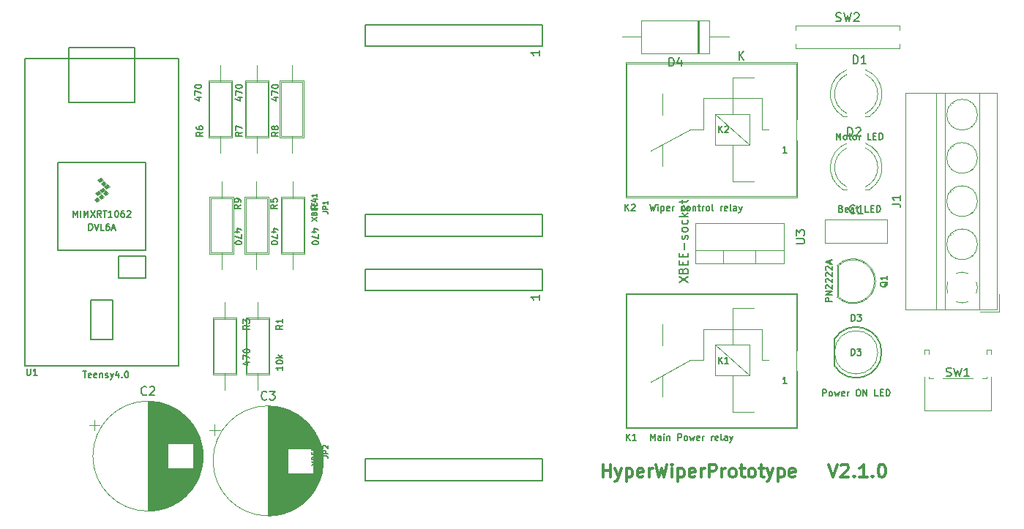
<source format=gbr>
G04 #@! TF.GenerationSoftware,KiCad,Pcbnew,5.99.0-unknown-50e22de3ba~95~ubuntu20.04.1*
G04 #@! TF.CreationDate,2021-01-21T20:42:24+09:00*
G04 #@! TF.ProjectId,Hyperwiper 2020 production prototype,48797065-7277-4697-9065-722032303230,rev?*
G04 #@! TF.SameCoordinates,Original*
G04 #@! TF.FileFunction,Legend,Top*
G04 #@! TF.FilePolarity,Positive*
%FSLAX46Y46*%
G04 Gerber Fmt 4.6, Leading zero omitted, Abs format (unit mm)*
G04 Created by KiCad (PCBNEW 5.99.0-unknown-50e22de3ba~95~ubuntu20.04.1) date 2021-01-21 20:42:24*
%MOMM*%
%LPD*%
G01*
G04 APERTURE LIST*
%ADD10C,0.300000*%
%ADD11C,0.150000*%
%ADD12C,0.127000*%
%ADD13C,0.152400*%
%ADD14C,0.120000*%
%ADD15C,0.100000*%
%ADD16C,0.203200*%
G04 APERTURE END LIST*
D10*
X152689285Y-112203571D02*
X152689285Y-110703571D01*
X152689285Y-111417857D02*
X153546428Y-111417857D01*
X153546428Y-112203571D02*
X153546428Y-110703571D01*
X154117857Y-111203571D02*
X154475000Y-112203571D01*
X154832142Y-111203571D02*
X154475000Y-112203571D01*
X154332142Y-112560714D01*
X154260714Y-112632142D01*
X154117857Y-112703571D01*
X155403571Y-111203571D02*
X155403571Y-112703571D01*
X155403571Y-111275000D02*
X155546428Y-111203571D01*
X155832142Y-111203571D01*
X155975000Y-111275000D01*
X156046428Y-111346428D01*
X156117857Y-111489285D01*
X156117857Y-111917857D01*
X156046428Y-112060714D01*
X155975000Y-112132142D01*
X155832142Y-112203571D01*
X155546428Y-112203571D01*
X155403571Y-112132142D01*
X157332142Y-112132142D02*
X157189285Y-112203571D01*
X156903571Y-112203571D01*
X156760714Y-112132142D01*
X156689285Y-111989285D01*
X156689285Y-111417857D01*
X156760714Y-111275000D01*
X156903571Y-111203571D01*
X157189285Y-111203571D01*
X157332142Y-111275000D01*
X157403571Y-111417857D01*
X157403571Y-111560714D01*
X156689285Y-111703571D01*
X158046428Y-112203571D02*
X158046428Y-111203571D01*
X158046428Y-111489285D02*
X158117857Y-111346428D01*
X158189285Y-111275000D01*
X158332142Y-111203571D01*
X158475000Y-111203571D01*
X158832142Y-110703571D02*
X159189285Y-112203571D01*
X159475000Y-111132142D01*
X159760714Y-112203571D01*
X160117857Y-110703571D01*
X160689285Y-112203571D02*
X160689285Y-111203571D01*
X160689285Y-110703571D02*
X160617857Y-110775000D01*
X160689285Y-110846428D01*
X160760714Y-110775000D01*
X160689285Y-110703571D01*
X160689285Y-110846428D01*
X161403571Y-111203571D02*
X161403571Y-112703571D01*
X161403571Y-111275000D02*
X161546428Y-111203571D01*
X161832142Y-111203571D01*
X161975000Y-111275000D01*
X162046428Y-111346428D01*
X162117857Y-111489285D01*
X162117857Y-111917857D01*
X162046428Y-112060714D01*
X161975000Y-112132142D01*
X161832142Y-112203571D01*
X161546428Y-112203571D01*
X161403571Y-112132142D01*
X163332142Y-112132142D02*
X163189285Y-112203571D01*
X162903571Y-112203571D01*
X162760714Y-112132142D01*
X162689285Y-111989285D01*
X162689285Y-111417857D01*
X162760714Y-111275000D01*
X162903571Y-111203571D01*
X163189285Y-111203571D01*
X163332142Y-111275000D01*
X163403571Y-111417857D01*
X163403571Y-111560714D01*
X162689285Y-111703571D01*
X164046428Y-112203571D02*
X164046428Y-111203571D01*
X164046428Y-111489285D02*
X164117857Y-111346428D01*
X164189285Y-111275000D01*
X164332142Y-111203571D01*
X164475000Y-111203571D01*
X164975000Y-112203571D02*
X164975000Y-110703571D01*
X165546428Y-110703571D01*
X165689285Y-110775000D01*
X165760714Y-110846428D01*
X165832142Y-110989285D01*
X165832142Y-111203571D01*
X165760714Y-111346428D01*
X165689285Y-111417857D01*
X165546428Y-111489285D01*
X164975000Y-111489285D01*
X166475000Y-112203571D02*
X166475000Y-111203571D01*
X166475000Y-111489285D02*
X166546428Y-111346428D01*
X166617857Y-111275000D01*
X166760714Y-111203571D01*
X166903571Y-111203571D01*
X167617857Y-112203571D02*
X167475000Y-112132142D01*
X167403571Y-112060714D01*
X167332142Y-111917857D01*
X167332142Y-111489285D01*
X167403571Y-111346428D01*
X167475000Y-111275000D01*
X167617857Y-111203571D01*
X167832142Y-111203571D01*
X167975000Y-111275000D01*
X168046428Y-111346428D01*
X168117857Y-111489285D01*
X168117857Y-111917857D01*
X168046428Y-112060714D01*
X167975000Y-112132142D01*
X167832142Y-112203571D01*
X167617857Y-112203571D01*
X168546428Y-111203571D02*
X169117857Y-111203571D01*
X168760714Y-110703571D02*
X168760714Y-111989285D01*
X168832142Y-112132142D01*
X168975000Y-112203571D01*
X169117857Y-112203571D01*
X169832142Y-112203571D02*
X169689285Y-112132142D01*
X169617857Y-112060714D01*
X169546428Y-111917857D01*
X169546428Y-111489285D01*
X169617857Y-111346428D01*
X169689285Y-111275000D01*
X169832142Y-111203571D01*
X170046428Y-111203571D01*
X170189285Y-111275000D01*
X170260714Y-111346428D01*
X170332142Y-111489285D01*
X170332142Y-111917857D01*
X170260714Y-112060714D01*
X170189285Y-112132142D01*
X170046428Y-112203571D01*
X169832142Y-112203571D01*
X170760714Y-111203571D02*
X171332142Y-111203571D01*
X170975000Y-110703571D02*
X170975000Y-111989285D01*
X171046428Y-112132142D01*
X171189285Y-112203571D01*
X171332142Y-112203571D01*
X171689285Y-111203571D02*
X172046428Y-112203571D01*
X172403571Y-111203571D02*
X172046428Y-112203571D01*
X171903571Y-112560714D01*
X171832142Y-112632142D01*
X171689285Y-112703571D01*
X172975000Y-111203571D02*
X172975000Y-112703571D01*
X172975000Y-111275000D02*
X173117857Y-111203571D01*
X173403571Y-111203571D01*
X173546428Y-111275000D01*
X173617857Y-111346428D01*
X173689285Y-111489285D01*
X173689285Y-111917857D01*
X173617857Y-112060714D01*
X173546428Y-112132142D01*
X173403571Y-112203571D01*
X173117857Y-112203571D01*
X172975000Y-112132142D01*
X174903571Y-112132142D02*
X174760714Y-112203571D01*
X174475000Y-112203571D01*
X174332142Y-112132142D01*
X174260714Y-111989285D01*
X174260714Y-111417857D01*
X174332142Y-111275000D01*
X174475000Y-111203571D01*
X174760714Y-111203571D01*
X174903571Y-111275000D01*
X174975000Y-111417857D01*
X174975000Y-111560714D01*
X174260714Y-111703571D01*
X178832142Y-110703571D02*
X179332142Y-112203571D01*
X179832142Y-110703571D01*
X180260714Y-110846428D02*
X180332142Y-110775000D01*
X180475000Y-110703571D01*
X180832142Y-110703571D01*
X180975000Y-110775000D01*
X181046428Y-110846428D01*
X181117857Y-110989285D01*
X181117857Y-111132142D01*
X181046428Y-111346428D01*
X180189285Y-112203571D01*
X181117857Y-112203571D01*
X181760714Y-112060714D02*
X181832142Y-112132142D01*
X181760714Y-112203571D01*
X181689285Y-112132142D01*
X181760714Y-112060714D01*
X181760714Y-112203571D01*
X183260714Y-112203571D02*
X182403571Y-112203571D01*
X182832142Y-112203571D02*
X182832142Y-110703571D01*
X182689285Y-110917857D01*
X182546428Y-111060714D01*
X182403571Y-111132142D01*
X183903571Y-112060714D02*
X183975000Y-112132142D01*
X183903571Y-112203571D01*
X183832142Y-112132142D01*
X183903571Y-112060714D01*
X183903571Y-112203571D01*
X184903571Y-110703571D02*
X185046428Y-110703571D01*
X185189285Y-110775000D01*
X185260714Y-110846428D01*
X185332142Y-110989285D01*
X185403571Y-111275000D01*
X185403571Y-111632142D01*
X185332142Y-111917857D01*
X185260714Y-112060714D01*
X185189285Y-112132142D01*
X185046428Y-112203571D01*
X184903571Y-112203571D01*
X184760714Y-112132142D01*
X184689285Y-112060714D01*
X184617857Y-111917857D01*
X184546428Y-111632142D01*
X184546428Y-111275000D01*
X184617857Y-110989285D01*
X184689285Y-110846428D01*
X184760714Y-110775000D01*
X184903571Y-110703571D01*
D11*
G04 #@! TO.C,D2*
X181007904Y-72733380D02*
X181007904Y-71733380D01*
X181246000Y-71733380D01*
X181388857Y-71781000D01*
X181484095Y-71876238D01*
X181531714Y-71971476D01*
X181579333Y-72161952D01*
X181579333Y-72304809D01*
X181531714Y-72495285D01*
X181484095Y-72590523D01*
X181388857Y-72685761D01*
X181246000Y-72733380D01*
X181007904Y-72733380D01*
X181960285Y-71828619D02*
X182007904Y-71781000D01*
X182103142Y-71733380D01*
X182341238Y-71733380D01*
X182436476Y-71781000D01*
X182484095Y-71828619D01*
X182531714Y-71923857D01*
X182531714Y-72019095D01*
X182484095Y-72161952D01*
X181912666Y-72733380D01*
X182531714Y-72733380D01*
X180256000Y-81117428D02*
X180363142Y-81153142D01*
X180398857Y-81188857D01*
X180434571Y-81260285D01*
X180434571Y-81367428D01*
X180398857Y-81438857D01*
X180363142Y-81474571D01*
X180291714Y-81510285D01*
X180006000Y-81510285D01*
X180006000Y-80760285D01*
X180256000Y-80760285D01*
X180327428Y-80796000D01*
X180363142Y-80831714D01*
X180398857Y-80903142D01*
X180398857Y-80974571D01*
X180363142Y-81046000D01*
X180327428Y-81081714D01*
X180256000Y-81117428D01*
X180006000Y-81117428D01*
X181041714Y-81474571D02*
X180970285Y-81510285D01*
X180827428Y-81510285D01*
X180756000Y-81474571D01*
X180720285Y-81403142D01*
X180720285Y-81117428D01*
X180756000Y-81046000D01*
X180827428Y-81010285D01*
X180970285Y-81010285D01*
X181041714Y-81046000D01*
X181077428Y-81117428D01*
X181077428Y-81188857D01*
X180720285Y-81260285D01*
X181720285Y-81510285D02*
X181720285Y-81117428D01*
X181684571Y-81046000D01*
X181613142Y-81010285D01*
X181470285Y-81010285D01*
X181398857Y-81046000D01*
X181720285Y-81474571D02*
X181648857Y-81510285D01*
X181470285Y-81510285D01*
X181398857Y-81474571D01*
X181363142Y-81403142D01*
X181363142Y-81331714D01*
X181398857Y-81260285D01*
X181470285Y-81224571D01*
X181648857Y-81224571D01*
X181720285Y-81188857D01*
X181970285Y-81010285D02*
X182256000Y-81010285D01*
X182077428Y-80760285D02*
X182077428Y-81403142D01*
X182113142Y-81474571D01*
X182184571Y-81510285D01*
X182256000Y-81510285D01*
X183434571Y-81510285D02*
X183077428Y-81510285D01*
X183077428Y-80760285D01*
X183684571Y-81117428D02*
X183934571Y-81117428D01*
X184041714Y-81510285D02*
X183684571Y-81510285D01*
X183684571Y-80760285D01*
X184041714Y-80760285D01*
X184363142Y-81510285D02*
X184363142Y-80760285D01*
X184541714Y-80760285D01*
X184648857Y-80796000D01*
X184720285Y-80867428D01*
X184756000Y-80938857D01*
X184791714Y-81081714D01*
X184791714Y-81188857D01*
X184756000Y-81331714D01*
X184720285Y-81403142D01*
X184648857Y-81474571D01*
X184541714Y-81510285D01*
X184363142Y-81510285D01*
G04 #@! TO.C,R5*
X115020285Y-80668000D02*
X114663142Y-80918000D01*
X115020285Y-81096571D02*
X114270285Y-81096571D01*
X114270285Y-80810857D01*
X114306000Y-80739428D01*
X114341714Y-80703714D01*
X114413142Y-80668000D01*
X114520285Y-80668000D01*
X114591714Y-80703714D01*
X114627428Y-80739428D01*
X114663142Y-80810857D01*
X114663142Y-81096571D01*
X114270285Y-79989428D02*
X114270285Y-80346571D01*
X114627428Y-80382285D01*
X114591714Y-80346571D01*
X114556000Y-80275142D01*
X114556000Y-80096571D01*
X114591714Y-80025142D01*
X114627428Y-79989428D01*
X114698857Y-79953714D01*
X114877428Y-79953714D01*
X114948857Y-79989428D01*
X114984571Y-80025142D01*
X115020285Y-80096571D01*
X115020285Y-80275142D01*
X114984571Y-80346571D01*
X114948857Y-80382285D01*
X114841714Y-83781571D02*
X114341714Y-83781571D01*
X115127428Y-83603000D02*
X114591714Y-83424428D01*
X114591714Y-83888714D01*
X115091714Y-84103000D02*
X115091714Y-84603000D01*
X114341714Y-84281571D01*
X115091714Y-85031571D02*
X115091714Y-85103000D01*
X115056000Y-85174428D01*
X115020285Y-85210142D01*
X114948857Y-85245857D01*
X114806000Y-85281571D01*
X114627428Y-85281571D01*
X114484571Y-85245857D01*
X114413142Y-85210142D01*
X114377428Y-85174428D01*
X114341714Y-85103000D01*
X114341714Y-85031571D01*
X114377428Y-84960142D01*
X114413142Y-84924428D01*
X114484571Y-84888714D01*
X114627428Y-84853000D01*
X114806000Y-84853000D01*
X114948857Y-84888714D01*
X115020285Y-84924428D01*
X115056000Y-84960142D01*
X115091714Y-85031571D01*
G04 #@! TO.C,R3*
X111845285Y-94613000D02*
X111488142Y-94863000D01*
X111845285Y-95041571D02*
X111095285Y-95041571D01*
X111095285Y-94755857D01*
X111131000Y-94684428D01*
X111166714Y-94648714D01*
X111238142Y-94613000D01*
X111345285Y-94613000D01*
X111416714Y-94648714D01*
X111452428Y-94684428D01*
X111488142Y-94755857D01*
X111488142Y-95041571D01*
X111095285Y-94363000D02*
X111095285Y-93898714D01*
X111381000Y-94148714D01*
X111381000Y-94041571D01*
X111416714Y-93970142D01*
X111452428Y-93934428D01*
X111523857Y-93898714D01*
X111702428Y-93898714D01*
X111773857Y-93934428D01*
X111809571Y-93970142D01*
X111845285Y-94041571D01*
X111845285Y-94255857D01*
X111809571Y-94327285D01*
X111773857Y-94363000D01*
X111345285Y-98869428D02*
X111845285Y-98869428D01*
X111059571Y-99048000D02*
X111595285Y-99226571D01*
X111595285Y-98762285D01*
X111095285Y-98548000D02*
X111095285Y-98048000D01*
X111845285Y-98369428D01*
X111095285Y-97619428D02*
X111095285Y-97548000D01*
X111131000Y-97476571D01*
X111166714Y-97440857D01*
X111238142Y-97405142D01*
X111381000Y-97369428D01*
X111559571Y-97369428D01*
X111702428Y-97405142D01*
X111773857Y-97440857D01*
X111809571Y-97476571D01*
X111845285Y-97548000D01*
X111845285Y-97619428D01*
X111809571Y-97690857D01*
X111773857Y-97726571D01*
X111702428Y-97762285D01*
X111559571Y-97798000D01*
X111381000Y-97798000D01*
X111238142Y-97762285D01*
X111166714Y-97726571D01*
X111131000Y-97690857D01*
X111095285Y-97619428D01*
G04 #@! TO.C,R4*
X119719285Y-80668000D02*
X119362142Y-80918000D01*
X119719285Y-81096571D02*
X118969285Y-81096571D01*
X118969285Y-80810857D01*
X119005000Y-80739428D01*
X119040714Y-80703714D01*
X119112142Y-80668000D01*
X119219285Y-80668000D01*
X119290714Y-80703714D01*
X119326428Y-80739428D01*
X119362142Y-80810857D01*
X119362142Y-81096571D01*
X119219285Y-80025142D02*
X119719285Y-80025142D01*
X118933571Y-80203714D02*
X119469285Y-80382285D01*
X119469285Y-79918000D01*
X119540714Y-83781571D02*
X119040714Y-83781571D01*
X119826428Y-83603000D02*
X119290714Y-83424428D01*
X119290714Y-83888714D01*
X119790714Y-84103000D02*
X119790714Y-84603000D01*
X119040714Y-84281571D01*
X119790714Y-85031571D02*
X119790714Y-85103000D01*
X119755000Y-85174428D01*
X119719285Y-85210142D01*
X119647857Y-85245857D01*
X119505000Y-85281571D01*
X119326428Y-85281571D01*
X119183571Y-85245857D01*
X119112142Y-85210142D01*
X119076428Y-85174428D01*
X119040714Y-85103000D01*
X119040714Y-85031571D01*
X119076428Y-84960142D01*
X119112142Y-84924428D01*
X119183571Y-84888714D01*
X119326428Y-84853000D01*
X119505000Y-84853000D01*
X119647857Y-84888714D01*
X119719285Y-84924428D01*
X119755000Y-84960142D01*
X119790714Y-85031571D01*
G04 #@! TO.C,Q1*
X185610714Y-89591428D02*
X185575000Y-89662857D01*
X185503571Y-89734285D01*
X185396428Y-89841428D01*
X185360714Y-89912857D01*
X185360714Y-89984285D01*
X185539285Y-89948571D02*
X185503571Y-90020000D01*
X185432142Y-90091428D01*
X185289285Y-90127142D01*
X185039285Y-90127142D01*
X184896428Y-90091428D01*
X184825000Y-90020000D01*
X184789285Y-89948571D01*
X184789285Y-89805714D01*
X184825000Y-89734285D01*
X184896428Y-89662857D01*
X185039285Y-89627142D01*
X185289285Y-89627142D01*
X185432142Y-89662857D01*
X185503571Y-89734285D01*
X185539285Y-89805714D01*
X185539285Y-89948571D01*
X185539285Y-88912857D02*
X185539285Y-89341428D01*
X185539285Y-89127142D02*
X184789285Y-89127142D01*
X184896428Y-89198571D01*
X184967857Y-89270000D01*
X185003571Y-89341428D01*
X179189285Y-91859285D02*
X178439285Y-91859285D01*
X178439285Y-91573571D01*
X178475000Y-91502142D01*
X178510714Y-91466428D01*
X178582142Y-91430714D01*
X178689285Y-91430714D01*
X178760714Y-91466428D01*
X178796428Y-91502142D01*
X178832142Y-91573571D01*
X178832142Y-91859285D01*
X179189285Y-91109285D02*
X178439285Y-91109285D01*
X179189285Y-90680714D01*
X178439285Y-90680714D01*
X178510714Y-90359285D02*
X178475000Y-90323571D01*
X178439285Y-90252142D01*
X178439285Y-90073571D01*
X178475000Y-90002142D01*
X178510714Y-89966428D01*
X178582142Y-89930714D01*
X178653571Y-89930714D01*
X178760714Y-89966428D01*
X179189285Y-90395000D01*
X179189285Y-89930714D01*
X178510714Y-89645000D02*
X178475000Y-89609285D01*
X178439285Y-89537857D01*
X178439285Y-89359285D01*
X178475000Y-89287857D01*
X178510714Y-89252142D01*
X178582142Y-89216428D01*
X178653571Y-89216428D01*
X178760714Y-89252142D01*
X179189285Y-89680714D01*
X179189285Y-89216428D01*
X178510714Y-88930714D02*
X178475000Y-88895000D01*
X178439285Y-88823571D01*
X178439285Y-88645000D01*
X178475000Y-88573571D01*
X178510714Y-88537857D01*
X178582142Y-88502142D01*
X178653571Y-88502142D01*
X178760714Y-88537857D01*
X179189285Y-88966428D01*
X179189285Y-88502142D01*
X178510714Y-88216428D02*
X178475000Y-88180714D01*
X178439285Y-88109285D01*
X178439285Y-87930714D01*
X178475000Y-87859285D01*
X178510714Y-87823571D01*
X178582142Y-87787857D01*
X178653571Y-87787857D01*
X178760714Y-87823571D01*
X179189285Y-88252142D01*
X179189285Y-87787857D01*
X178975000Y-87502142D02*
X178975000Y-87145000D01*
X179189285Y-87573571D02*
X178439285Y-87323571D01*
X179189285Y-87073571D01*
X185610714Y-89591428D02*
X185575000Y-89662857D01*
X185503571Y-89734285D01*
X185396428Y-89841428D01*
X185360714Y-89912857D01*
X185360714Y-89984285D01*
X185539285Y-89948571D02*
X185503571Y-90020000D01*
X185432142Y-90091428D01*
X185289285Y-90127142D01*
X185039285Y-90127142D01*
X184896428Y-90091428D01*
X184825000Y-90020000D01*
X184789285Y-89948571D01*
X184789285Y-89805714D01*
X184825000Y-89734285D01*
X184896428Y-89662857D01*
X185039285Y-89627142D01*
X185289285Y-89627142D01*
X185432142Y-89662857D01*
X185503571Y-89734285D01*
X185539285Y-89805714D01*
X185539285Y-89948571D01*
X185539285Y-88912857D02*
X185539285Y-89341428D01*
X185539285Y-89127142D02*
X184789285Y-89127142D01*
X184896428Y-89198571D01*
X184967857Y-89270000D01*
X185003571Y-89341428D01*
G04 #@! TO.C,J1*
X186142380Y-80583333D02*
X186856666Y-80583333D01*
X186999523Y-80630952D01*
X187094761Y-80726190D01*
X187142380Y-80869047D01*
X187142380Y-80964285D01*
X187142380Y-79583333D02*
X187142380Y-80154761D01*
X187142380Y-79869047D02*
X186142380Y-79869047D01*
X186285238Y-79964285D01*
X186380476Y-80059523D01*
X186428095Y-80154761D01*
G04 #@! TO.C,SW2*
X179666666Y-59404761D02*
X179809523Y-59452380D01*
X180047619Y-59452380D01*
X180142857Y-59404761D01*
X180190476Y-59357142D01*
X180238095Y-59261904D01*
X180238095Y-59166666D01*
X180190476Y-59071428D01*
X180142857Y-59023809D01*
X180047619Y-58976190D01*
X179857142Y-58928571D01*
X179761904Y-58880952D01*
X179714285Y-58833333D01*
X179666666Y-58738095D01*
X179666666Y-58642857D01*
X179714285Y-58547619D01*
X179761904Y-58500000D01*
X179857142Y-58452380D01*
X180095238Y-58452380D01*
X180238095Y-58500000D01*
X180571428Y-58452380D02*
X180809523Y-59452380D01*
X181000000Y-58738095D01*
X181190476Y-59452380D01*
X181428571Y-58452380D01*
X181761904Y-58547619D02*
X181809523Y-58500000D01*
X181904761Y-58452380D01*
X182142857Y-58452380D01*
X182238095Y-58500000D01*
X182285714Y-58547619D01*
X182333333Y-58642857D01*
X182333333Y-58738095D01*
X182285714Y-58880952D01*
X181714285Y-59452380D01*
X182333333Y-59452380D01*
G04 #@! TO.C,K2*
X155289428Y-81356285D02*
X155289428Y-80606285D01*
X155718000Y-81356285D02*
X155396571Y-80927714D01*
X155718000Y-80606285D02*
X155289428Y-81034857D01*
X156003714Y-80677714D02*
X156039428Y-80642000D01*
X156110857Y-80606285D01*
X156289428Y-80606285D01*
X156360857Y-80642000D01*
X156396571Y-80677714D01*
X156432285Y-80749142D01*
X156432285Y-80820571D01*
X156396571Y-80927714D01*
X155968000Y-81356285D01*
X156432285Y-81356285D01*
X158141571Y-80606285D02*
X158320142Y-81356285D01*
X158463000Y-80820571D01*
X158605857Y-81356285D01*
X158784428Y-80606285D01*
X159070142Y-81356285D02*
X159070142Y-80856285D01*
X159070142Y-80606285D02*
X159034428Y-80642000D01*
X159070142Y-80677714D01*
X159105857Y-80642000D01*
X159070142Y-80606285D01*
X159070142Y-80677714D01*
X159427285Y-80856285D02*
X159427285Y-81606285D01*
X159427285Y-80892000D02*
X159498714Y-80856285D01*
X159641571Y-80856285D01*
X159713000Y-80892000D01*
X159748714Y-80927714D01*
X159784428Y-80999142D01*
X159784428Y-81213428D01*
X159748714Y-81284857D01*
X159713000Y-81320571D01*
X159641571Y-81356285D01*
X159498714Y-81356285D01*
X159427285Y-81320571D01*
X160391571Y-81320571D02*
X160320142Y-81356285D01*
X160177285Y-81356285D01*
X160105857Y-81320571D01*
X160070142Y-81249142D01*
X160070142Y-80963428D01*
X160105857Y-80892000D01*
X160177285Y-80856285D01*
X160320142Y-80856285D01*
X160391571Y-80892000D01*
X160427285Y-80963428D01*
X160427285Y-81034857D01*
X160070142Y-81106285D01*
X160748714Y-81356285D02*
X160748714Y-80856285D01*
X160748714Y-80999142D02*
X160784428Y-80927714D01*
X160820142Y-80892000D01*
X160891571Y-80856285D01*
X160963000Y-80856285D01*
X162105857Y-81320571D02*
X162034428Y-81356285D01*
X161891571Y-81356285D01*
X161820142Y-81320571D01*
X161784428Y-81284857D01*
X161748714Y-81213428D01*
X161748714Y-80999142D01*
X161784428Y-80927714D01*
X161820142Y-80892000D01*
X161891571Y-80856285D01*
X162034428Y-80856285D01*
X162105857Y-80892000D01*
X162534428Y-81356285D02*
X162463000Y-81320571D01*
X162427285Y-81284857D01*
X162391571Y-81213428D01*
X162391571Y-80999142D01*
X162427285Y-80927714D01*
X162463000Y-80892000D01*
X162534428Y-80856285D01*
X162641571Y-80856285D01*
X162713000Y-80892000D01*
X162748714Y-80927714D01*
X162784428Y-80999142D01*
X162784428Y-81213428D01*
X162748714Y-81284857D01*
X162713000Y-81320571D01*
X162641571Y-81356285D01*
X162534428Y-81356285D01*
X163105857Y-80856285D02*
X163105857Y-81356285D01*
X163105857Y-80927714D02*
X163141571Y-80892000D01*
X163213000Y-80856285D01*
X163320142Y-80856285D01*
X163391571Y-80892000D01*
X163427285Y-80963428D01*
X163427285Y-81356285D01*
X163677285Y-80856285D02*
X163963000Y-80856285D01*
X163784428Y-80606285D02*
X163784428Y-81249142D01*
X163820142Y-81320571D01*
X163891571Y-81356285D01*
X163963000Y-81356285D01*
X164213000Y-81356285D02*
X164213000Y-80856285D01*
X164213000Y-80999142D02*
X164248714Y-80927714D01*
X164284428Y-80892000D01*
X164355857Y-80856285D01*
X164427285Y-80856285D01*
X164784428Y-81356285D02*
X164713000Y-81320571D01*
X164677285Y-81284857D01*
X164641571Y-81213428D01*
X164641571Y-80999142D01*
X164677285Y-80927714D01*
X164713000Y-80892000D01*
X164784428Y-80856285D01*
X164891571Y-80856285D01*
X164963000Y-80892000D01*
X164998714Y-80927714D01*
X165034428Y-80999142D01*
X165034428Y-81213428D01*
X164998714Y-81284857D01*
X164963000Y-81320571D01*
X164891571Y-81356285D01*
X164784428Y-81356285D01*
X165463000Y-81356285D02*
X165391571Y-81320571D01*
X165355857Y-81249142D01*
X165355857Y-80606285D01*
X166320142Y-81356285D02*
X166320142Y-80856285D01*
X166320142Y-80999142D02*
X166355857Y-80927714D01*
X166391571Y-80892000D01*
X166463000Y-80856285D01*
X166534428Y-80856285D01*
X167070142Y-81320571D02*
X166998714Y-81356285D01*
X166855857Y-81356285D01*
X166784428Y-81320571D01*
X166748714Y-81249142D01*
X166748714Y-80963428D01*
X166784428Y-80892000D01*
X166855857Y-80856285D01*
X166998714Y-80856285D01*
X167070142Y-80892000D01*
X167105857Y-80963428D01*
X167105857Y-81034857D01*
X166748714Y-81106285D01*
X167534428Y-81356285D02*
X167463000Y-81320571D01*
X167427285Y-81249142D01*
X167427285Y-80606285D01*
X168141571Y-81356285D02*
X168141571Y-80963428D01*
X168105857Y-80892000D01*
X168034428Y-80856285D01*
X167891571Y-80856285D01*
X167820142Y-80892000D01*
X168141571Y-81320571D02*
X168070142Y-81356285D01*
X167891571Y-81356285D01*
X167820142Y-81320571D01*
X167784428Y-81249142D01*
X167784428Y-81177714D01*
X167820142Y-81106285D01*
X167891571Y-81070571D01*
X168070142Y-81070571D01*
X168141571Y-81034857D01*
X168427285Y-80856285D02*
X168605857Y-81356285D01*
X168784428Y-80856285D02*
X168605857Y-81356285D01*
X168534428Y-81534857D01*
X168498714Y-81570571D01*
X168427285Y-81606285D01*
X173964285Y-74639285D02*
X173535714Y-74639285D01*
X173750000Y-74639285D02*
X173750000Y-73889285D01*
X173678571Y-73996428D01*
X173607142Y-74067857D01*
X173535714Y-74103571D01*
X166096428Y-72314285D02*
X166096428Y-71564285D01*
X166525000Y-72314285D02*
X166203571Y-71885714D01*
X166525000Y-71564285D02*
X166096428Y-71992857D01*
X166810714Y-71635714D02*
X166846428Y-71600000D01*
X166917857Y-71564285D01*
X167096428Y-71564285D01*
X167167857Y-71600000D01*
X167203571Y-71635714D01*
X167239285Y-71707142D01*
X167239285Y-71778571D01*
X167203571Y-71885714D01*
X166775000Y-72314285D01*
X167239285Y-72314285D01*
G04 #@! TO.C,C1*
X181833333Y-81607142D02*
X181785714Y-81654761D01*
X181642857Y-81702380D01*
X181547619Y-81702380D01*
X181404761Y-81654761D01*
X181309523Y-81559523D01*
X181261904Y-81464285D01*
X181214285Y-81273809D01*
X181214285Y-81130952D01*
X181261904Y-80940476D01*
X181309523Y-80845238D01*
X181404761Y-80750000D01*
X181547619Y-80702380D01*
X181642857Y-80702380D01*
X181785714Y-80750000D01*
X181833333Y-80797619D01*
X182785714Y-81702380D02*
X182214285Y-81702380D01*
X182500000Y-81702380D02*
X182500000Y-80702380D01*
X182404761Y-80845238D01*
X182309523Y-80940476D01*
X182214285Y-80988095D01*
G04 #@! TO.C,K1*
X155416428Y-107929285D02*
X155416428Y-107179285D01*
X155845000Y-107929285D02*
X155523571Y-107500714D01*
X155845000Y-107179285D02*
X155416428Y-107607857D01*
X156559285Y-107929285D02*
X156130714Y-107929285D01*
X156345000Y-107929285D02*
X156345000Y-107179285D01*
X156273571Y-107286428D01*
X156202142Y-107357857D01*
X156130714Y-107393571D01*
X158240714Y-107929285D02*
X158240714Y-107179285D01*
X158490714Y-107715000D01*
X158740714Y-107179285D01*
X158740714Y-107929285D01*
X159419285Y-107929285D02*
X159419285Y-107536428D01*
X159383571Y-107465000D01*
X159312142Y-107429285D01*
X159169285Y-107429285D01*
X159097857Y-107465000D01*
X159419285Y-107893571D02*
X159347857Y-107929285D01*
X159169285Y-107929285D01*
X159097857Y-107893571D01*
X159062142Y-107822142D01*
X159062142Y-107750714D01*
X159097857Y-107679285D01*
X159169285Y-107643571D01*
X159347857Y-107643571D01*
X159419285Y-107607857D01*
X159776428Y-107929285D02*
X159776428Y-107429285D01*
X159776428Y-107179285D02*
X159740714Y-107215000D01*
X159776428Y-107250714D01*
X159812142Y-107215000D01*
X159776428Y-107179285D01*
X159776428Y-107250714D01*
X160133571Y-107429285D02*
X160133571Y-107929285D01*
X160133571Y-107500714D02*
X160169285Y-107465000D01*
X160240714Y-107429285D01*
X160347857Y-107429285D01*
X160419285Y-107465000D01*
X160455000Y-107536428D01*
X160455000Y-107929285D01*
X161383571Y-107929285D02*
X161383571Y-107179285D01*
X161669285Y-107179285D01*
X161740714Y-107215000D01*
X161776428Y-107250714D01*
X161812142Y-107322142D01*
X161812142Y-107429285D01*
X161776428Y-107500714D01*
X161740714Y-107536428D01*
X161669285Y-107572142D01*
X161383571Y-107572142D01*
X162240714Y-107929285D02*
X162169285Y-107893571D01*
X162133571Y-107857857D01*
X162097857Y-107786428D01*
X162097857Y-107572142D01*
X162133571Y-107500714D01*
X162169285Y-107465000D01*
X162240714Y-107429285D01*
X162347857Y-107429285D01*
X162419285Y-107465000D01*
X162455000Y-107500714D01*
X162490714Y-107572142D01*
X162490714Y-107786428D01*
X162455000Y-107857857D01*
X162419285Y-107893571D01*
X162347857Y-107929285D01*
X162240714Y-107929285D01*
X162740714Y-107429285D02*
X162883571Y-107929285D01*
X163026428Y-107572142D01*
X163169285Y-107929285D01*
X163312142Y-107429285D01*
X163883571Y-107893571D02*
X163812142Y-107929285D01*
X163669285Y-107929285D01*
X163597857Y-107893571D01*
X163562142Y-107822142D01*
X163562142Y-107536428D01*
X163597857Y-107465000D01*
X163669285Y-107429285D01*
X163812142Y-107429285D01*
X163883571Y-107465000D01*
X163919285Y-107536428D01*
X163919285Y-107607857D01*
X163562142Y-107679285D01*
X164240714Y-107929285D02*
X164240714Y-107429285D01*
X164240714Y-107572142D02*
X164276428Y-107500714D01*
X164312142Y-107465000D01*
X164383571Y-107429285D01*
X164455000Y-107429285D01*
X165276428Y-107929285D02*
X165276428Y-107429285D01*
X165276428Y-107572142D02*
X165312142Y-107500714D01*
X165347857Y-107465000D01*
X165419285Y-107429285D01*
X165490714Y-107429285D01*
X166026428Y-107893571D02*
X165955000Y-107929285D01*
X165812142Y-107929285D01*
X165740714Y-107893571D01*
X165705000Y-107822142D01*
X165705000Y-107536428D01*
X165740714Y-107465000D01*
X165812142Y-107429285D01*
X165955000Y-107429285D01*
X166026428Y-107465000D01*
X166062142Y-107536428D01*
X166062142Y-107607857D01*
X165705000Y-107679285D01*
X166490714Y-107929285D02*
X166419285Y-107893571D01*
X166383571Y-107822142D01*
X166383571Y-107179285D01*
X167097857Y-107929285D02*
X167097857Y-107536428D01*
X167062142Y-107465000D01*
X166990714Y-107429285D01*
X166847857Y-107429285D01*
X166776428Y-107465000D01*
X167097857Y-107893571D02*
X167026428Y-107929285D01*
X166847857Y-107929285D01*
X166776428Y-107893571D01*
X166740714Y-107822142D01*
X166740714Y-107750714D01*
X166776428Y-107679285D01*
X166847857Y-107643571D01*
X167026428Y-107643571D01*
X167097857Y-107607857D01*
X167383571Y-107429285D02*
X167562142Y-107929285D01*
X167740714Y-107429285D02*
X167562142Y-107929285D01*
X167490714Y-108107857D01*
X167455000Y-108143571D01*
X167383571Y-108179285D01*
X173964285Y-101339285D02*
X173535714Y-101339285D01*
X173750000Y-101339285D02*
X173750000Y-100589285D01*
X173678571Y-100696428D01*
X173607142Y-100767857D01*
X173535714Y-100803571D01*
X166096428Y-99014285D02*
X166096428Y-98264285D01*
X166525000Y-99014285D02*
X166203571Y-98585714D01*
X166525000Y-98264285D02*
X166096428Y-98692857D01*
X167239285Y-99014285D02*
X166810714Y-99014285D01*
X167025000Y-99014285D02*
X167025000Y-98264285D01*
X166953571Y-98371428D01*
X166882142Y-98442857D01*
X166810714Y-98478571D01*
G04 #@! TO.C,C2*
X99908333Y-102607142D02*
X99860714Y-102654761D01*
X99717857Y-102702380D01*
X99622619Y-102702380D01*
X99479761Y-102654761D01*
X99384523Y-102559523D01*
X99336904Y-102464285D01*
X99289285Y-102273809D01*
X99289285Y-102130952D01*
X99336904Y-101940476D01*
X99384523Y-101845238D01*
X99479761Y-101750000D01*
X99622619Y-101702380D01*
X99717857Y-101702380D01*
X99860714Y-101750000D01*
X99908333Y-101797619D01*
X100289285Y-101797619D02*
X100336904Y-101750000D01*
X100432142Y-101702380D01*
X100670238Y-101702380D01*
X100765476Y-101750000D01*
X100813095Y-101797619D01*
X100860714Y-101892857D01*
X100860714Y-101988095D01*
X100813095Y-102130952D01*
X100241666Y-102702380D01*
X100860714Y-102702380D01*
G04 #@! TO.C,R7*
X110956285Y-72261000D02*
X110599142Y-72511000D01*
X110956285Y-72689571D02*
X110206285Y-72689571D01*
X110206285Y-72403857D01*
X110242000Y-72332428D01*
X110277714Y-72296714D01*
X110349142Y-72261000D01*
X110456285Y-72261000D01*
X110527714Y-72296714D01*
X110563428Y-72332428D01*
X110599142Y-72403857D01*
X110599142Y-72689571D01*
X110206285Y-72011000D02*
X110206285Y-71511000D01*
X110956285Y-71832428D01*
X110456285Y-68262428D02*
X110956285Y-68262428D01*
X110170571Y-68441000D02*
X110706285Y-68619571D01*
X110706285Y-68155285D01*
X110206285Y-67941000D02*
X110206285Y-67441000D01*
X110956285Y-67762428D01*
X110206285Y-67012428D02*
X110206285Y-66941000D01*
X110242000Y-66869571D01*
X110277714Y-66833857D01*
X110349142Y-66798142D01*
X110492000Y-66762428D01*
X110670571Y-66762428D01*
X110813428Y-66798142D01*
X110884857Y-66833857D01*
X110920571Y-66869571D01*
X110956285Y-66941000D01*
X110956285Y-67012428D01*
X110920571Y-67083857D01*
X110884857Y-67119571D01*
X110813428Y-67155285D01*
X110670571Y-67191000D01*
X110492000Y-67191000D01*
X110349142Y-67155285D01*
X110277714Y-67119571D01*
X110242000Y-67083857D01*
X110206285Y-67012428D01*
G04 #@! TO.C,R9*
X110829285Y-80668000D02*
X110472142Y-80918000D01*
X110829285Y-81096571D02*
X110079285Y-81096571D01*
X110079285Y-80810857D01*
X110115000Y-80739428D01*
X110150714Y-80703714D01*
X110222142Y-80668000D01*
X110329285Y-80668000D01*
X110400714Y-80703714D01*
X110436428Y-80739428D01*
X110472142Y-80810857D01*
X110472142Y-81096571D01*
X110829285Y-80310857D02*
X110829285Y-80168000D01*
X110793571Y-80096571D01*
X110757857Y-80060857D01*
X110650714Y-79989428D01*
X110507857Y-79953714D01*
X110222142Y-79953714D01*
X110150714Y-79989428D01*
X110115000Y-80025142D01*
X110079285Y-80096571D01*
X110079285Y-80239428D01*
X110115000Y-80310857D01*
X110150714Y-80346571D01*
X110222142Y-80382285D01*
X110400714Y-80382285D01*
X110472142Y-80346571D01*
X110507857Y-80310857D01*
X110543571Y-80239428D01*
X110543571Y-80096571D01*
X110507857Y-80025142D01*
X110472142Y-79989428D01*
X110400714Y-79953714D01*
X110650714Y-83781571D02*
X110150714Y-83781571D01*
X110936428Y-83603000D02*
X110400714Y-83424428D01*
X110400714Y-83888714D01*
X110900714Y-84103000D02*
X110900714Y-84603000D01*
X110150714Y-84281571D01*
X110900714Y-85031571D02*
X110900714Y-85103000D01*
X110865000Y-85174428D01*
X110829285Y-85210142D01*
X110757857Y-85245857D01*
X110615000Y-85281571D01*
X110436428Y-85281571D01*
X110293571Y-85245857D01*
X110222142Y-85210142D01*
X110186428Y-85174428D01*
X110150714Y-85103000D01*
X110150714Y-85031571D01*
X110186428Y-84960142D01*
X110222142Y-84924428D01*
X110293571Y-84888714D01*
X110436428Y-84853000D01*
X110615000Y-84853000D01*
X110757857Y-84888714D01*
X110829285Y-84924428D01*
X110865000Y-84960142D01*
X110900714Y-85031571D01*
G04 #@! TO.C,R8*
X115147285Y-72261000D02*
X114790142Y-72511000D01*
X115147285Y-72689571D02*
X114397285Y-72689571D01*
X114397285Y-72403857D01*
X114433000Y-72332428D01*
X114468714Y-72296714D01*
X114540142Y-72261000D01*
X114647285Y-72261000D01*
X114718714Y-72296714D01*
X114754428Y-72332428D01*
X114790142Y-72403857D01*
X114790142Y-72689571D01*
X114718714Y-71832428D02*
X114683000Y-71903857D01*
X114647285Y-71939571D01*
X114575857Y-71975285D01*
X114540142Y-71975285D01*
X114468714Y-71939571D01*
X114433000Y-71903857D01*
X114397285Y-71832428D01*
X114397285Y-71689571D01*
X114433000Y-71618142D01*
X114468714Y-71582428D01*
X114540142Y-71546714D01*
X114575857Y-71546714D01*
X114647285Y-71582428D01*
X114683000Y-71618142D01*
X114718714Y-71689571D01*
X114718714Y-71832428D01*
X114754428Y-71903857D01*
X114790142Y-71939571D01*
X114861571Y-71975285D01*
X115004428Y-71975285D01*
X115075857Y-71939571D01*
X115111571Y-71903857D01*
X115147285Y-71832428D01*
X115147285Y-71689571D01*
X115111571Y-71618142D01*
X115075857Y-71582428D01*
X115004428Y-71546714D01*
X114861571Y-71546714D01*
X114790142Y-71582428D01*
X114754428Y-71618142D01*
X114718714Y-71689571D01*
X114647285Y-68262428D02*
X115147285Y-68262428D01*
X114361571Y-68441000D02*
X114897285Y-68619571D01*
X114897285Y-68155285D01*
X114397285Y-67941000D02*
X114397285Y-67441000D01*
X115147285Y-67762428D01*
X114397285Y-67012428D02*
X114397285Y-66941000D01*
X114433000Y-66869571D01*
X114468714Y-66833857D01*
X114540142Y-66798142D01*
X114683000Y-66762428D01*
X114861571Y-66762428D01*
X115004428Y-66798142D01*
X115075857Y-66833857D01*
X115111571Y-66869571D01*
X115147285Y-66941000D01*
X115147285Y-67012428D01*
X115111571Y-67083857D01*
X115075857Y-67119571D01*
X115004428Y-67155285D01*
X114861571Y-67191000D01*
X114683000Y-67191000D01*
X114540142Y-67155285D01*
X114468714Y-67119571D01*
X114433000Y-67083857D01*
X114397285Y-67012428D01*
G04 #@! TO.C,U1*
X86074571Y-99648285D02*
X86074571Y-100255428D01*
X86110285Y-100326857D01*
X86146000Y-100362571D01*
X86217428Y-100398285D01*
X86360285Y-100398285D01*
X86431714Y-100362571D01*
X86467428Y-100326857D01*
X86503142Y-100255428D01*
X86503142Y-99648285D01*
X87253142Y-100398285D02*
X86824571Y-100398285D01*
X87038857Y-100398285D02*
X87038857Y-99648285D01*
X86967428Y-99755428D01*
X86896000Y-99826857D01*
X86824571Y-99862571D01*
X92529428Y-99921785D02*
X92958000Y-99921785D01*
X92743714Y-100671785D02*
X92743714Y-99921785D01*
X93493714Y-100636071D02*
X93422285Y-100671785D01*
X93279428Y-100671785D01*
X93208000Y-100636071D01*
X93172285Y-100564642D01*
X93172285Y-100278928D01*
X93208000Y-100207500D01*
X93279428Y-100171785D01*
X93422285Y-100171785D01*
X93493714Y-100207500D01*
X93529428Y-100278928D01*
X93529428Y-100350357D01*
X93172285Y-100421785D01*
X94136571Y-100636071D02*
X94065142Y-100671785D01*
X93922285Y-100671785D01*
X93850857Y-100636071D01*
X93815142Y-100564642D01*
X93815142Y-100278928D01*
X93850857Y-100207500D01*
X93922285Y-100171785D01*
X94065142Y-100171785D01*
X94136571Y-100207500D01*
X94172285Y-100278928D01*
X94172285Y-100350357D01*
X93815142Y-100421785D01*
X94493714Y-100171785D02*
X94493714Y-100671785D01*
X94493714Y-100243214D02*
X94529428Y-100207500D01*
X94600857Y-100171785D01*
X94708000Y-100171785D01*
X94779428Y-100207500D01*
X94815142Y-100278928D01*
X94815142Y-100671785D01*
X95136571Y-100636071D02*
X95208000Y-100671785D01*
X95350857Y-100671785D01*
X95422285Y-100636071D01*
X95458000Y-100564642D01*
X95458000Y-100528928D01*
X95422285Y-100457500D01*
X95350857Y-100421785D01*
X95243714Y-100421785D01*
X95172285Y-100386071D01*
X95136571Y-100314642D01*
X95136571Y-100278928D01*
X95172285Y-100207500D01*
X95243714Y-100171785D01*
X95350857Y-100171785D01*
X95422285Y-100207500D01*
X95708000Y-100171785D02*
X95886571Y-100671785D01*
X96065142Y-100171785D02*
X95886571Y-100671785D01*
X95815142Y-100850357D01*
X95779428Y-100886071D01*
X95708000Y-100921785D01*
X96672285Y-100171785D02*
X96672285Y-100671785D01*
X96493714Y-99886071D02*
X96315142Y-100421785D01*
X96779428Y-100421785D01*
X97065142Y-100600357D02*
X97100857Y-100636071D01*
X97065142Y-100671785D01*
X97029428Y-100636071D01*
X97065142Y-100600357D01*
X97065142Y-100671785D01*
X97565142Y-99921785D02*
X97636571Y-99921785D01*
X97708000Y-99957500D01*
X97743714Y-99993214D01*
X97779428Y-100064642D01*
X97815142Y-100207500D01*
X97815142Y-100386071D01*
X97779428Y-100528928D01*
X97743714Y-100600357D01*
X97708000Y-100636071D01*
X97636571Y-100671785D01*
X97565142Y-100671785D01*
X97493714Y-100636071D01*
X97458000Y-100600357D01*
X97422285Y-100528928D01*
X97386571Y-100386071D01*
X97386571Y-100207500D01*
X97422285Y-100064642D01*
X97458000Y-99993214D01*
X97493714Y-99957500D01*
X97565142Y-99921785D01*
X93250000Y-83617285D02*
X93250000Y-82867285D01*
X93428571Y-82867285D01*
X93535714Y-82903000D01*
X93607142Y-82974428D01*
X93642857Y-83045857D01*
X93678571Y-83188714D01*
X93678571Y-83295857D01*
X93642857Y-83438714D01*
X93607142Y-83510142D01*
X93535714Y-83581571D01*
X93428571Y-83617285D01*
X93250000Y-83617285D01*
X93892857Y-82867285D02*
X94142857Y-83617285D01*
X94392857Y-82867285D01*
X95000000Y-83617285D02*
X94642857Y-83617285D01*
X94642857Y-82867285D01*
X95571428Y-82867285D02*
X95428571Y-82867285D01*
X95357142Y-82903000D01*
X95321428Y-82938714D01*
X95250000Y-83045857D01*
X95214285Y-83188714D01*
X95214285Y-83474428D01*
X95250000Y-83545857D01*
X95285714Y-83581571D01*
X95357142Y-83617285D01*
X95500000Y-83617285D01*
X95571428Y-83581571D01*
X95607142Y-83545857D01*
X95642857Y-83474428D01*
X95642857Y-83295857D01*
X95607142Y-83224428D01*
X95571428Y-83188714D01*
X95500000Y-83153000D01*
X95357142Y-83153000D01*
X95285714Y-83188714D01*
X95250000Y-83224428D01*
X95214285Y-83295857D01*
X95928571Y-83403000D02*
X96285714Y-83403000D01*
X95857142Y-83617285D02*
X96107142Y-82867285D01*
X96357142Y-83617285D01*
X91446428Y-82093285D02*
X91446428Y-81343285D01*
X91696428Y-81879000D01*
X91946428Y-81343285D01*
X91946428Y-82093285D01*
X92303571Y-82093285D02*
X92303571Y-81343285D01*
X92660714Y-82093285D02*
X92660714Y-81343285D01*
X92910714Y-81879000D01*
X93160714Y-81343285D01*
X93160714Y-82093285D01*
X93446428Y-81343285D02*
X93946428Y-82093285D01*
X93946428Y-81343285D02*
X93446428Y-82093285D01*
X94660714Y-82093285D02*
X94410714Y-81736142D01*
X94232142Y-82093285D02*
X94232142Y-81343285D01*
X94517857Y-81343285D01*
X94589285Y-81379000D01*
X94625000Y-81414714D01*
X94660714Y-81486142D01*
X94660714Y-81593285D01*
X94625000Y-81664714D01*
X94589285Y-81700428D01*
X94517857Y-81736142D01*
X94232142Y-81736142D01*
X94875000Y-81343285D02*
X95303571Y-81343285D01*
X95089285Y-82093285D02*
X95089285Y-81343285D01*
X95946428Y-82093285D02*
X95517857Y-82093285D01*
X95732142Y-82093285D02*
X95732142Y-81343285D01*
X95660714Y-81450428D01*
X95589285Y-81521857D01*
X95517857Y-81557571D01*
X96410714Y-81343285D02*
X96482142Y-81343285D01*
X96553571Y-81379000D01*
X96589285Y-81414714D01*
X96625000Y-81486142D01*
X96660714Y-81629000D01*
X96660714Y-81807571D01*
X96625000Y-81950428D01*
X96589285Y-82021857D01*
X96553571Y-82057571D01*
X96482142Y-82093285D01*
X96410714Y-82093285D01*
X96339285Y-82057571D01*
X96303571Y-82021857D01*
X96267857Y-81950428D01*
X96232142Y-81807571D01*
X96232142Y-81629000D01*
X96267857Y-81486142D01*
X96303571Y-81414714D01*
X96339285Y-81379000D01*
X96410714Y-81343285D01*
X97303571Y-81343285D02*
X97160714Y-81343285D01*
X97089285Y-81379000D01*
X97053571Y-81414714D01*
X96982142Y-81521857D01*
X96946428Y-81664714D01*
X96946428Y-81950428D01*
X96982142Y-82021857D01*
X97017857Y-82057571D01*
X97089285Y-82093285D01*
X97232142Y-82093285D01*
X97303571Y-82057571D01*
X97339285Y-82021857D01*
X97375000Y-81950428D01*
X97375000Y-81771857D01*
X97339285Y-81700428D01*
X97303571Y-81664714D01*
X97232142Y-81629000D01*
X97089285Y-81629000D01*
X97017857Y-81664714D01*
X96982142Y-81700428D01*
X96946428Y-81771857D01*
X97660714Y-81414714D02*
X97696428Y-81379000D01*
X97767857Y-81343285D01*
X97946428Y-81343285D01*
X98017857Y-81379000D01*
X98053571Y-81414714D01*
X98089285Y-81486142D01*
X98089285Y-81557571D01*
X98053571Y-81664714D01*
X97625000Y-82093285D01*
X98089285Y-82093285D01*
D12*
G04 #@! TO.C,JP1*
X120281171Y-81473000D02*
X120716600Y-81473000D01*
X120803685Y-81502028D01*
X120861742Y-81560085D01*
X120890771Y-81647171D01*
X120890771Y-81705228D01*
X120890771Y-81182714D02*
X120281171Y-81182714D01*
X120281171Y-80950485D01*
X120310200Y-80892428D01*
X120339228Y-80863400D01*
X120397285Y-80834371D01*
X120484371Y-80834371D01*
X120542428Y-80863400D01*
X120571457Y-80892428D01*
X120600485Y-80950485D01*
X120600485Y-81182714D01*
X120890771Y-80253800D02*
X120890771Y-80602142D01*
X120890771Y-80427971D02*
X120281171Y-80427971D01*
X120368257Y-80486028D01*
X120426314Y-80544085D01*
X120455342Y-80602142D01*
X119011171Y-82547057D02*
X119620771Y-82140657D01*
X119011171Y-82140657D02*
X119620771Y-82547057D01*
X119301457Y-81705228D02*
X119330485Y-81618142D01*
X119359514Y-81589114D01*
X119417571Y-81560085D01*
X119504657Y-81560085D01*
X119562714Y-81589114D01*
X119591742Y-81618142D01*
X119620771Y-81676200D01*
X119620771Y-81908428D01*
X119011171Y-81908428D01*
X119011171Y-81705228D01*
X119040200Y-81647171D01*
X119069228Y-81618142D01*
X119127285Y-81589114D01*
X119185342Y-81589114D01*
X119243400Y-81618142D01*
X119272428Y-81647171D01*
X119301457Y-81705228D01*
X119301457Y-81908428D01*
X119301457Y-81298828D02*
X119301457Y-81095628D01*
X119620771Y-81008542D02*
X119620771Y-81298828D01*
X119011171Y-81298828D01*
X119011171Y-81008542D01*
X119301457Y-80747285D02*
X119301457Y-80544085D01*
X119620771Y-80457000D02*
X119620771Y-80747285D01*
X119011171Y-80747285D01*
X119011171Y-80457000D01*
X119620771Y-79411971D02*
X119620771Y-79760314D01*
X119620771Y-79586142D02*
X119011171Y-79586142D01*
X119098257Y-79644200D01*
X119156314Y-79702257D01*
X119185342Y-79760314D01*
D13*
X145392579Y-62793114D02*
X145392579Y-63373685D01*
X145392579Y-63083400D02*
X144376579Y-63083400D01*
X144521721Y-63180161D01*
X144618483Y-63276923D01*
X144666864Y-63373685D01*
D11*
G04 #@! TO.C,D4*
X160341904Y-64622380D02*
X160341904Y-63622380D01*
X160580000Y-63622380D01*
X160722857Y-63670000D01*
X160818095Y-63765238D01*
X160865714Y-63860476D01*
X160913333Y-64050952D01*
X160913333Y-64193809D01*
X160865714Y-64384285D01*
X160818095Y-64479523D01*
X160722857Y-64574761D01*
X160580000Y-64622380D01*
X160341904Y-64622380D01*
X161770476Y-63955714D02*
X161770476Y-64622380D01*
X161532380Y-63574761D02*
X161294285Y-64289047D01*
X161913333Y-64289047D01*
X168438095Y-63902380D02*
X168438095Y-62902380D01*
X169009523Y-63902380D02*
X168580952Y-63330952D01*
X169009523Y-62902380D02*
X168438095Y-63473809D01*
G04 #@! TO.C,R6*
X106427285Y-72261000D02*
X106070142Y-72511000D01*
X106427285Y-72689571D02*
X105677285Y-72689571D01*
X105677285Y-72403857D01*
X105713000Y-72332428D01*
X105748714Y-72296714D01*
X105820142Y-72261000D01*
X105927285Y-72261000D01*
X105998714Y-72296714D01*
X106034428Y-72332428D01*
X106070142Y-72403857D01*
X106070142Y-72689571D01*
X105677285Y-71618142D02*
X105677285Y-71761000D01*
X105713000Y-71832428D01*
X105748714Y-71868142D01*
X105855857Y-71939571D01*
X105998714Y-71975285D01*
X106284428Y-71975285D01*
X106355857Y-71939571D01*
X106391571Y-71903857D01*
X106427285Y-71832428D01*
X106427285Y-71689571D01*
X106391571Y-71618142D01*
X106355857Y-71582428D01*
X106284428Y-71546714D01*
X106105857Y-71546714D01*
X106034428Y-71582428D01*
X105998714Y-71618142D01*
X105963000Y-71689571D01*
X105963000Y-71832428D01*
X105998714Y-71903857D01*
X106034428Y-71939571D01*
X106105857Y-71975285D01*
X105757285Y-68262428D02*
X106257285Y-68262428D01*
X105471571Y-68441000D02*
X106007285Y-68619571D01*
X106007285Y-68155285D01*
X105507285Y-67941000D02*
X105507285Y-67441000D01*
X106257285Y-67762428D01*
X105507285Y-67012428D02*
X105507285Y-66941000D01*
X105543000Y-66869571D01*
X105578714Y-66833857D01*
X105650142Y-66798142D01*
X105793000Y-66762428D01*
X105971571Y-66762428D01*
X106114428Y-66798142D01*
X106185857Y-66833857D01*
X106221571Y-66869571D01*
X106257285Y-66941000D01*
X106257285Y-67012428D01*
X106221571Y-67083857D01*
X106185857Y-67119571D01*
X106114428Y-67155285D01*
X105971571Y-67191000D01*
X105793000Y-67191000D01*
X105650142Y-67155285D01*
X105578714Y-67119571D01*
X105543000Y-67083857D01*
X105507285Y-67012428D01*
G04 #@! TO.C,U3*
X175049380Y-85165904D02*
X175858904Y-85165904D01*
X175954142Y-85118285D01*
X176001761Y-85070666D01*
X176049380Y-84975428D01*
X176049380Y-84784952D01*
X176001761Y-84689714D01*
X175954142Y-84642095D01*
X175858904Y-84594476D01*
X175049380Y-84594476D01*
X175049380Y-84213523D02*
X175049380Y-83594476D01*
X175430333Y-83927809D01*
X175430333Y-83784952D01*
X175477952Y-83689714D01*
X175525571Y-83642095D01*
X175620809Y-83594476D01*
X175858904Y-83594476D01*
X175954142Y-83642095D01*
X176001761Y-83689714D01*
X176049380Y-83784952D01*
X176049380Y-84070666D01*
X176001761Y-84165904D01*
X175954142Y-84213523D01*
X161523880Y-89673904D02*
X162523880Y-89007238D01*
X161523880Y-89007238D02*
X162523880Y-89673904D01*
X162000071Y-88292952D02*
X162047690Y-88150095D01*
X162095309Y-88102476D01*
X162190547Y-88054857D01*
X162333404Y-88054857D01*
X162428642Y-88102476D01*
X162476261Y-88150095D01*
X162523880Y-88245333D01*
X162523880Y-88626285D01*
X161523880Y-88626285D01*
X161523880Y-88292952D01*
X161571500Y-88197714D01*
X161619119Y-88150095D01*
X161714357Y-88102476D01*
X161809595Y-88102476D01*
X161904833Y-88150095D01*
X161952452Y-88197714D01*
X162000071Y-88292952D01*
X162000071Y-88626285D01*
X162000071Y-87626285D02*
X162000071Y-87292952D01*
X162523880Y-87150095D02*
X162523880Y-87626285D01*
X161523880Y-87626285D01*
X161523880Y-87150095D01*
X162000071Y-86721523D02*
X162000071Y-86388190D01*
X162523880Y-86245333D02*
X162523880Y-86721523D01*
X161523880Y-86721523D01*
X161523880Y-86245333D01*
X162142928Y-85816761D02*
X162142928Y-85054857D01*
X162476261Y-84626285D02*
X162523880Y-84531047D01*
X162523880Y-84340571D01*
X162476261Y-84245333D01*
X162381023Y-84197714D01*
X162333404Y-84197714D01*
X162238166Y-84245333D01*
X162190547Y-84340571D01*
X162190547Y-84483428D01*
X162142928Y-84578666D01*
X162047690Y-84626285D01*
X162000071Y-84626285D01*
X161904833Y-84578666D01*
X161857214Y-84483428D01*
X161857214Y-84340571D01*
X161904833Y-84245333D01*
X162523880Y-83626285D02*
X162476261Y-83721523D01*
X162428642Y-83769142D01*
X162333404Y-83816761D01*
X162047690Y-83816761D01*
X161952452Y-83769142D01*
X161904833Y-83721523D01*
X161857214Y-83626285D01*
X161857214Y-83483428D01*
X161904833Y-83388190D01*
X161952452Y-83340571D01*
X162047690Y-83292952D01*
X162333404Y-83292952D01*
X162428642Y-83340571D01*
X162476261Y-83388190D01*
X162523880Y-83483428D01*
X162523880Y-83626285D01*
X162476261Y-82435809D02*
X162523880Y-82531047D01*
X162523880Y-82721523D01*
X162476261Y-82816761D01*
X162428642Y-82864380D01*
X162333404Y-82912000D01*
X162047690Y-82912000D01*
X161952452Y-82864380D01*
X161904833Y-82816761D01*
X161857214Y-82721523D01*
X161857214Y-82531047D01*
X161904833Y-82435809D01*
X162523880Y-82007238D02*
X161523880Y-82007238D01*
X162142928Y-81912000D02*
X162523880Y-81626285D01*
X161857214Y-81626285D02*
X162238166Y-82007238D01*
X162476261Y-80816761D02*
X162523880Y-80912000D01*
X162523880Y-81102476D01*
X162476261Y-81197714D01*
X162381023Y-81245333D01*
X162000071Y-81245333D01*
X161904833Y-81197714D01*
X161857214Y-81102476D01*
X161857214Y-80912000D01*
X161904833Y-80816761D01*
X162000071Y-80769142D01*
X162095309Y-80769142D01*
X162190547Y-81245333D01*
X161857214Y-80483428D02*
X161857214Y-80102476D01*
X161523880Y-80340571D02*
X162381023Y-80340571D01*
X162476261Y-80292952D01*
X162523880Y-80197714D01*
X162523880Y-80102476D01*
G04 #@! TO.C,C3*
X113808333Y-103157142D02*
X113760714Y-103204761D01*
X113617857Y-103252380D01*
X113522619Y-103252380D01*
X113379761Y-103204761D01*
X113284523Y-103109523D01*
X113236904Y-103014285D01*
X113189285Y-102823809D01*
X113189285Y-102680952D01*
X113236904Y-102490476D01*
X113284523Y-102395238D01*
X113379761Y-102300000D01*
X113522619Y-102252380D01*
X113617857Y-102252380D01*
X113760714Y-102300000D01*
X113808333Y-102347619D01*
X114141666Y-102252380D02*
X114760714Y-102252380D01*
X114427380Y-102633333D01*
X114570238Y-102633333D01*
X114665476Y-102680952D01*
X114713095Y-102728571D01*
X114760714Y-102823809D01*
X114760714Y-103061904D01*
X114713095Y-103157142D01*
X114665476Y-103204761D01*
X114570238Y-103252380D01*
X114284523Y-103252380D01*
X114189285Y-103204761D01*
X114141666Y-103157142D01*
G04 #@! TO.C,R1*
X115655285Y-94613000D02*
X115298142Y-94863000D01*
X115655285Y-95041571D02*
X114905285Y-95041571D01*
X114905285Y-94755857D01*
X114941000Y-94684428D01*
X114976714Y-94648714D01*
X115048142Y-94613000D01*
X115155285Y-94613000D01*
X115226714Y-94648714D01*
X115262428Y-94684428D01*
X115298142Y-94755857D01*
X115298142Y-95041571D01*
X115655285Y-93898714D02*
X115655285Y-94327285D01*
X115655285Y-94113000D02*
X114905285Y-94113000D01*
X115012428Y-94184428D01*
X115083857Y-94255857D01*
X115119571Y-94327285D01*
X115655285Y-99379428D02*
X115655285Y-99808000D01*
X115655285Y-99593714D02*
X114905285Y-99593714D01*
X115012428Y-99665142D01*
X115083857Y-99736571D01*
X115119571Y-99808000D01*
X114905285Y-98915142D02*
X114905285Y-98843714D01*
X114941000Y-98772285D01*
X114976714Y-98736571D01*
X115048142Y-98700857D01*
X115191000Y-98665142D01*
X115369571Y-98665142D01*
X115512428Y-98700857D01*
X115583857Y-98736571D01*
X115619571Y-98772285D01*
X115655285Y-98843714D01*
X115655285Y-98915142D01*
X115619571Y-98986571D01*
X115583857Y-99022285D01*
X115512428Y-99058000D01*
X115369571Y-99093714D01*
X115191000Y-99093714D01*
X115048142Y-99058000D01*
X114976714Y-99022285D01*
X114941000Y-98986571D01*
X114905285Y-98915142D01*
X115655285Y-98343714D02*
X114905285Y-98343714D01*
X115369571Y-98272285D02*
X115655285Y-98058000D01*
X115155285Y-98058000D02*
X115441000Y-98343714D01*
G04 #@! TO.C,SW1*
X192416666Y-100474761D02*
X192559523Y-100522380D01*
X192797619Y-100522380D01*
X192892857Y-100474761D01*
X192940476Y-100427142D01*
X192988095Y-100331904D01*
X192988095Y-100236666D01*
X192940476Y-100141428D01*
X192892857Y-100093809D01*
X192797619Y-100046190D01*
X192607142Y-99998571D01*
X192511904Y-99950952D01*
X192464285Y-99903333D01*
X192416666Y-99808095D01*
X192416666Y-99712857D01*
X192464285Y-99617619D01*
X192511904Y-99570000D01*
X192607142Y-99522380D01*
X192845238Y-99522380D01*
X192988095Y-99570000D01*
X193321428Y-99522380D02*
X193559523Y-100522380D01*
X193750000Y-99808095D01*
X193940476Y-100522380D01*
X194178571Y-99522380D01*
X195083333Y-100522380D02*
X194511904Y-100522380D01*
X194797619Y-100522380D02*
X194797619Y-99522380D01*
X194702380Y-99665238D01*
X194607142Y-99760476D01*
X194511904Y-99808095D01*
G04 #@! TO.C,D3*
X181441428Y-94129285D02*
X181441428Y-93379285D01*
X181620000Y-93379285D01*
X181727142Y-93415000D01*
X181798571Y-93486428D01*
X181834285Y-93557857D01*
X181870000Y-93700714D01*
X181870000Y-93807857D01*
X181834285Y-93950714D01*
X181798571Y-94022142D01*
X181727142Y-94093571D01*
X181620000Y-94129285D01*
X181441428Y-94129285D01*
X182120000Y-93379285D02*
X182584285Y-93379285D01*
X182334285Y-93665000D01*
X182441428Y-93665000D01*
X182512857Y-93700714D01*
X182548571Y-93736428D01*
X182584285Y-93807857D01*
X182584285Y-93986428D01*
X182548571Y-94057857D01*
X182512857Y-94093571D01*
X182441428Y-94129285D01*
X182227142Y-94129285D01*
X182155714Y-94093571D01*
X182120000Y-94057857D01*
X178137857Y-102783285D02*
X178137857Y-102033285D01*
X178423571Y-102033285D01*
X178495000Y-102069000D01*
X178530714Y-102104714D01*
X178566428Y-102176142D01*
X178566428Y-102283285D01*
X178530714Y-102354714D01*
X178495000Y-102390428D01*
X178423571Y-102426142D01*
X178137857Y-102426142D01*
X178995000Y-102783285D02*
X178923571Y-102747571D01*
X178887857Y-102711857D01*
X178852142Y-102640428D01*
X178852142Y-102426142D01*
X178887857Y-102354714D01*
X178923571Y-102319000D01*
X178995000Y-102283285D01*
X179102142Y-102283285D01*
X179173571Y-102319000D01*
X179209285Y-102354714D01*
X179245000Y-102426142D01*
X179245000Y-102640428D01*
X179209285Y-102711857D01*
X179173571Y-102747571D01*
X179102142Y-102783285D01*
X178995000Y-102783285D01*
X179495000Y-102283285D02*
X179637857Y-102783285D01*
X179780714Y-102426142D01*
X179923571Y-102783285D01*
X180066428Y-102283285D01*
X180637857Y-102747571D02*
X180566428Y-102783285D01*
X180423571Y-102783285D01*
X180352142Y-102747571D01*
X180316428Y-102676142D01*
X180316428Y-102390428D01*
X180352142Y-102319000D01*
X180423571Y-102283285D01*
X180566428Y-102283285D01*
X180637857Y-102319000D01*
X180673571Y-102390428D01*
X180673571Y-102461857D01*
X180316428Y-102533285D01*
X180995000Y-102783285D02*
X180995000Y-102283285D01*
X180995000Y-102426142D02*
X181030714Y-102354714D01*
X181066428Y-102319000D01*
X181137857Y-102283285D01*
X181209285Y-102283285D01*
X182173571Y-102033285D02*
X182316428Y-102033285D01*
X182387857Y-102069000D01*
X182459285Y-102140428D01*
X182495000Y-102283285D01*
X182495000Y-102533285D01*
X182459285Y-102676142D01*
X182387857Y-102747571D01*
X182316428Y-102783285D01*
X182173571Y-102783285D01*
X182102142Y-102747571D01*
X182030714Y-102676142D01*
X181995000Y-102533285D01*
X181995000Y-102283285D01*
X182030714Y-102140428D01*
X182102142Y-102069000D01*
X182173571Y-102033285D01*
X182816428Y-102783285D02*
X182816428Y-102033285D01*
X183245000Y-102783285D01*
X183245000Y-102033285D01*
X184530714Y-102783285D02*
X184173571Y-102783285D01*
X184173571Y-102033285D01*
X184780714Y-102390428D02*
X185030714Y-102390428D01*
X185137857Y-102783285D02*
X184780714Y-102783285D01*
X184780714Y-102033285D01*
X185137857Y-102033285D01*
X185459285Y-102783285D02*
X185459285Y-102033285D01*
X185637857Y-102033285D01*
X185745000Y-102069000D01*
X185816428Y-102140428D01*
X185852142Y-102211857D01*
X185887857Y-102354714D01*
X185887857Y-102461857D01*
X185852142Y-102604714D01*
X185816428Y-102676142D01*
X185745000Y-102747571D01*
X185637857Y-102783285D01*
X185459285Y-102783285D01*
X181421428Y-98089285D02*
X181421428Y-97339285D01*
X181600000Y-97339285D01*
X181707142Y-97375000D01*
X181778571Y-97446428D01*
X181814285Y-97517857D01*
X181850000Y-97660714D01*
X181850000Y-97767857D01*
X181814285Y-97910714D01*
X181778571Y-97982142D01*
X181707142Y-98053571D01*
X181600000Y-98089285D01*
X181421428Y-98089285D01*
X182100000Y-97339285D02*
X182564285Y-97339285D01*
X182314285Y-97625000D01*
X182421428Y-97625000D01*
X182492857Y-97660714D01*
X182528571Y-97696428D01*
X182564285Y-97767857D01*
X182564285Y-97946428D01*
X182528571Y-98017857D01*
X182492857Y-98053571D01*
X182421428Y-98089285D01*
X182207142Y-98089285D01*
X182135714Y-98053571D01*
X182100000Y-98017857D01*
G04 #@! TO.C,D1*
X181642904Y-64360380D02*
X181642904Y-63360380D01*
X181881000Y-63360380D01*
X182023857Y-63408000D01*
X182119095Y-63503238D01*
X182166714Y-63598476D01*
X182214333Y-63788952D01*
X182214333Y-63931809D01*
X182166714Y-64122285D01*
X182119095Y-64217523D01*
X182023857Y-64312761D01*
X181881000Y-64360380D01*
X181642904Y-64360380D01*
X183166714Y-64360380D02*
X182595285Y-64360380D01*
X182881000Y-64360380D02*
X182881000Y-63360380D01*
X182785761Y-63503238D01*
X182690523Y-63598476D01*
X182595285Y-63646095D01*
X179702428Y-73137285D02*
X179702428Y-72387285D01*
X179952428Y-72923000D01*
X180202428Y-72387285D01*
X180202428Y-73137285D01*
X180666714Y-73137285D02*
X180595285Y-73101571D01*
X180559571Y-73065857D01*
X180523857Y-72994428D01*
X180523857Y-72780142D01*
X180559571Y-72708714D01*
X180595285Y-72673000D01*
X180666714Y-72637285D01*
X180773857Y-72637285D01*
X180845285Y-72673000D01*
X180881000Y-72708714D01*
X180916714Y-72780142D01*
X180916714Y-72994428D01*
X180881000Y-73065857D01*
X180845285Y-73101571D01*
X180773857Y-73137285D01*
X180666714Y-73137285D01*
X181131000Y-72637285D02*
X181416714Y-72637285D01*
X181238142Y-72387285D02*
X181238142Y-73030142D01*
X181273857Y-73101571D01*
X181345285Y-73137285D01*
X181416714Y-73137285D01*
X181773857Y-73137285D02*
X181702428Y-73101571D01*
X181666714Y-73065857D01*
X181631000Y-72994428D01*
X181631000Y-72780142D01*
X181666714Y-72708714D01*
X181702428Y-72673000D01*
X181773857Y-72637285D01*
X181881000Y-72637285D01*
X181952428Y-72673000D01*
X181988142Y-72708714D01*
X182023857Y-72780142D01*
X182023857Y-72994428D01*
X181988142Y-73065857D01*
X181952428Y-73101571D01*
X181881000Y-73137285D01*
X181773857Y-73137285D01*
X182345285Y-73137285D02*
X182345285Y-72637285D01*
X182345285Y-72780142D02*
X182381000Y-72708714D01*
X182416714Y-72673000D01*
X182488142Y-72637285D01*
X182559571Y-72637285D01*
X183738142Y-73137285D02*
X183381000Y-73137285D01*
X183381000Y-72387285D01*
X183988142Y-72744428D02*
X184238142Y-72744428D01*
X184345285Y-73137285D02*
X183988142Y-73137285D01*
X183988142Y-72387285D01*
X184345285Y-72387285D01*
X184666714Y-73137285D02*
X184666714Y-72387285D01*
X184845285Y-72387285D01*
X184952428Y-72423000D01*
X185023857Y-72494428D01*
X185059571Y-72565857D01*
X185095285Y-72708714D01*
X185095285Y-72815857D01*
X185059571Y-72958714D01*
X185023857Y-73030142D01*
X184952428Y-73101571D01*
X184845285Y-73137285D01*
X184666714Y-73137285D01*
D12*
G04 #@! TO.C,JP2*
X120281171Y-109748000D02*
X120716600Y-109748000D01*
X120803685Y-109777028D01*
X120861742Y-109835085D01*
X120890771Y-109922171D01*
X120890771Y-109980228D01*
X120890771Y-109457714D02*
X120281171Y-109457714D01*
X120281171Y-109225485D01*
X120310200Y-109167428D01*
X120339228Y-109138400D01*
X120397285Y-109109371D01*
X120484371Y-109109371D01*
X120542428Y-109138400D01*
X120571457Y-109167428D01*
X120600485Y-109225485D01*
X120600485Y-109457714D01*
X120339228Y-108877142D02*
X120310200Y-108848114D01*
X120281171Y-108790057D01*
X120281171Y-108644914D01*
X120310200Y-108586857D01*
X120339228Y-108557828D01*
X120397285Y-108528800D01*
X120455342Y-108528800D01*
X120542428Y-108557828D01*
X120890771Y-108906171D01*
X120890771Y-108528800D01*
X119011171Y-110822057D02*
X119620771Y-110415657D01*
X119011171Y-110415657D02*
X119620771Y-110822057D01*
X119301457Y-109980228D02*
X119330485Y-109893142D01*
X119359514Y-109864114D01*
X119417571Y-109835085D01*
X119504657Y-109835085D01*
X119562714Y-109864114D01*
X119591742Y-109893142D01*
X119620771Y-109951200D01*
X119620771Y-110183428D01*
X119011171Y-110183428D01*
X119011171Y-109980228D01*
X119040200Y-109922171D01*
X119069228Y-109893142D01*
X119127285Y-109864114D01*
X119185342Y-109864114D01*
X119243400Y-109893142D01*
X119272428Y-109922171D01*
X119301457Y-109980228D01*
X119301457Y-110183428D01*
X119301457Y-109573828D02*
X119301457Y-109370628D01*
X119620771Y-109283542D02*
X119620771Y-109573828D01*
X119011171Y-109573828D01*
X119011171Y-109283542D01*
X119301457Y-109022285D02*
X119301457Y-108819085D01*
X119620771Y-108732000D02*
X119620771Y-109022285D01*
X119011171Y-109022285D01*
X119011171Y-108732000D01*
X119069228Y-108035314D02*
X119040200Y-108006285D01*
X119011171Y-107948228D01*
X119011171Y-107803085D01*
X119040200Y-107745028D01*
X119069228Y-107716000D01*
X119127285Y-107686971D01*
X119185342Y-107686971D01*
X119272428Y-107716000D01*
X119620771Y-108064342D01*
X119620771Y-107686971D01*
D13*
X145392579Y-91068114D02*
X145392579Y-91648685D01*
X145392579Y-91358400D02*
X144376579Y-91358400D01*
X144521721Y-91455161D01*
X144618483Y-91551923D01*
X144666864Y-91648685D01*
D14*
G04 #@! TO.C,D2*
X183080000Y-78905000D02*
X183545000Y-78905000D01*
X180455000Y-78905000D02*
X180920000Y-78905000D01*
X180919173Y-73557185D02*
G75*
G03*
X180455170Y-78905000I1080827J-2787815D01*
G01*
X183080827Y-73557185D02*
G75*
G02*
X183544830Y-78905000I-1080827J-2787815D01*
G01*
X183080429Y-74090521D02*
G75*
G02*
X183080000Y-78599684I-1080429J-2254479D01*
G01*
X180919571Y-74090521D02*
G75*
G03*
X180920000Y-78599684I1080429J-2254479D01*
G01*
D15*
G04 #@! TO.C,R5*
X111385000Y-79908000D02*
X111385000Y-86208000D01*
X113885000Y-86208000D02*
X113885000Y-79908000D01*
D14*
X112635000Y-87098000D02*
X112635000Y-86328000D01*
D15*
X112635000Y-77978000D02*
X112635000Y-79908000D01*
D14*
X112635000Y-79018000D02*
X112635000Y-79788000D01*
D15*
X113885000Y-79908000D02*
X111385000Y-79908000D01*
D14*
X114005000Y-79788000D02*
X111265000Y-79788000D01*
X111265000Y-86328000D02*
X114005000Y-86328000D01*
D15*
X112635000Y-88138000D02*
X112635000Y-86208000D01*
D14*
X114005000Y-86328000D02*
X114005000Y-79788000D01*
X111265000Y-79788000D02*
X111265000Y-86328000D01*
D15*
X111385000Y-86208000D02*
X113885000Y-86208000D01*
D14*
G04 #@! TO.C,R3*
X110336000Y-93758000D02*
X107596000Y-93758000D01*
D15*
X110216000Y-93878000D02*
X107716000Y-93878000D01*
X108966000Y-102108000D02*
X108966000Y-100178000D01*
D14*
X107596000Y-93758000D02*
X107596000Y-100298000D01*
D15*
X110216000Y-100178000D02*
X110216000Y-93878000D01*
D14*
X108966000Y-92988000D02*
X108966000Y-93758000D01*
D15*
X108966000Y-91948000D02*
X108966000Y-93878000D01*
X107716000Y-93878000D02*
X107716000Y-100178000D01*
X107716000Y-100178000D02*
X110216000Y-100178000D01*
D14*
X107596000Y-100298000D02*
X110336000Y-100298000D01*
X110336000Y-100298000D02*
X110336000Y-93758000D01*
X108966000Y-101068000D02*
X108966000Y-100298000D01*
G04 #@! TO.C,R4*
X116840000Y-87098000D02*
X116840000Y-86328000D01*
X118210000Y-86328000D02*
X118210000Y-79788000D01*
D15*
X115590000Y-79908000D02*
X115590000Y-86208000D01*
D14*
X115470000Y-86328000D02*
X118210000Y-86328000D01*
X118210000Y-79788000D02*
X115470000Y-79788000D01*
X115470000Y-79788000D02*
X115470000Y-86328000D01*
D15*
X118090000Y-79908000D02*
X115590000Y-79908000D01*
X116840000Y-77978000D02*
X116840000Y-79908000D01*
D14*
X116840000Y-79018000D02*
X116840000Y-79788000D01*
D15*
X116840000Y-88138000D02*
X116840000Y-86208000D01*
X115590000Y-86208000D02*
X118090000Y-86208000D01*
X118090000Y-86208000D02*
X118090000Y-79908000D01*
G04 #@! TO.C,Q1*
X179890000Y-87750000D02*
X179890000Y-91250000D01*
D14*
X179790000Y-87720000D02*
X179790000Y-91320000D01*
D15*
X179886375Y-87766375D02*
G75*
G02*
X184120000Y-89520000I1753625J-1753625D01*
G01*
D14*
X179801522Y-87681522D02*
G75*
G02*
X184240000Y-89520000I1838478J-1838478D01*
G01*
D15*
X179886375Y-91273625D02*
G75*
G03*
X184120000Y-89520000I1753625J1753625D01*
G01*
D14*
X179801522Y-91358478D02*
G75*
G03*
X184240000Y-89520000I1838478J1838478D01*
G01*
G04 #@! TO.C,J1*
X193117000Y-83900000D02*
X193167000Y-83949000D01*
X193117000Y-73900000D02*
X193167000Y-73949000D01*
X192900000Y-84117000D02*
X192924000Y-84142000D01*
X192250000Y-92810000D02*
X192250000Y-67690000D01*
X198310000Y-92810000D02*
X198310000Y-67690000D01*
X195575000Y-81358000D02*
X195600000Y-81382000D01*
X191250000Y-92810000D02*
X191250000Y-67690000D01*
X193117000Y-78900000D02*
X193167000Y-78949000D01*
X195575000Y-86358000D02*
X195600000Y-86382000D01*
X195333000Y-81550000D02*
X195383000Y-81600000D01*
X196310000Y-93050000D02*
X198550000Y-93050000D01*
X187690000Y-92810000D02*
X198310000Y-92810000D01*
X195333000Y-76550000D02*
X195383000Y-76600000D01*
X187690000Y-67690000D02*
X198310000Y-67690000D01*
X187690000Y-92810000D02*
X187690000Y-67690000D01*
X192900000Y-69117000D02*
X192924000Y-69142000D01*
X198550000Y-93050000D02*
X198550000Y-91050000D01*
X195333000Y-71550000D02*
X195383000Y-71600000D01*
X195333000Y-86550000D02*
X195383000Y-86600000D01*
X195575000Y-76358000D02*
X195600000Y-76382000D01*
X193117000Y-68900000D02*
X193167000Y-68949000D01*
X192900000Y-79117000D02*
X192924000Y-79142000D01*
X196250000Y-92810000D02*
X196250000Y-67690000D01*
X195575000Y-71358000D02*
X195600000Y-71382000D01*
X192900000Y-74117000D02*
X192924000Y-74142000D01*
X193554484Y-88610795D02*
G75*
G02*
X194946000Y-88611000I695516J-1639205D01*
G01*
X192610795Y-90945516D02*
G75*
G02*
X192611000Y-89554000I1639205J695516D01*
G01*
X196030389Y-90219186D02*
G75*
G02*
X195889000Y-90946000I-1780389J-30814D01*
G01*
X194945516Y-91889205D02*
G75*
G02*
X193554000Y-91889000I-695516J1639205D01*
G01*
X195888499Y-89554499D02*
G75*
G02*
X196030000Y-90250000I-1638499J-695501D01*
G01*
X196030000Y-70250000D02*
G75*
G03*
X196030000Y-70250000I-1780000J0D01*
G01*
X196030000Y-80250000D02*
G75*
G03*
X196030000Y-80250000I-1780000J0D01*
G01*
X196030000Y-75250000D02*
G75*
G03*
X196030000Y-75250000I-1780000J0D01*
G01*
X196030000Y-85250000D02*
G75*
G03*
X196030000Y-85250000I-1780000J0D01*
G01*
G04 #@! TO.C,SW2*
X187000000Y-59950000D02*
X175000000Y-59950000D01*
X175000000Y-62050000D02*
X175000000Y-62550000D01*
X175000000Y-62550000D02*
X187000000Y-62550000D01*
X187000000Y-62550000D02*
X187000000Y-62050000D01*
X175000000Y-59950000D02*
X175000000Y-60450000D01*
X187000000Y-60450000D02*
X187000000Y-59950000D01*
G04 #@! TO.C,K2*
X169700000Y-73750000D02*
X165700000Y-73750000D01*
X162800000Y-71950000D02*
X158200000Y-74450000D01*
X155450000Y-64300000D02*
X175050000Y-64300000D01*
X171100000Y-71950000D02*
X171900000Y-71950000D01*
X167700000Y-70150000D02*
X167700000Y-65950000D01*
X170200000Y-65950000D02*
X167700000Y-65950000D01*
X165700000Y-70150000D02*
X169700000Y-70150000D01*
X167700000Y-77950000D02*
X167700000Y-73750000D01*
X159600000Y-76200000D02*
X159600000Y-73700000D01*
X169700000Y-70150000D02*
X169700000Y-73750000D01*
X175150000Y-79800000D02*
X175150000Y-73200000D01*
X155350000Y-79800000D02*
X155350000Y-64200000D01*
X164300000Y-71950000D02*
X162800000Y-71950000D01*
X175150000Y-70800000D02*
X175150000Y-64200000D01*
X159600000Y-67800000D02*
X159600000Y-70250000D01*
X171100000Y-71950000D02*
X171100000Y-68350000D01*
X165700000Y-70150000D02*
X169700000Y-73750000D01*
X175050000Y-64300000D02*
X175050000Y-79700000D01*
X164300000Y-68350000D02*
X171100000Y-68350000D01*
X155450000Y-79700000D02*
X155450000Y-64300000D01*
X155350000Y-64200000D02*
X175150000Y-64200000D01*
X175050000Y-79700000D02*
X155450000Y-79700000D01*
X167700000Y-77950000D02*
X170200000Y-77950000D01*
X165700000Y-73750000D02*
X165700000Y-70150000D01*
X175150000Y-79800000D02*
X155350000Y-79800000D01*
X164300000Y-71950000D02*
X164300000Y-68350000D01*
G04 #@! TO.C,C1*
X185620000Y-82380000D02*
X185620000Y-85120000D01*
X178380000Y-82380000D02*
X178380000Y-85120000D01*
X178380000Y-85120000D02*
X185620000Y-85120000D01*
X178380000Y-82380000D02*
X185620000Y-82380000D01*
G04 #@! TO.C,K1*
X155450000Y-91000000D02*
X175050000Y-91000000D01*
X171100000Y-98650000D02*
X171100000Y-95050000D01*
X165700000Y-100450000D02*
X165700000Y-96850000D01*
X167700000Y-104650000D02*
X167700000Y-100450000D01*
X175150000Y-106500000D02*
X175150000Y-99900000D01*
X175050000Y-106400000D02*
X155450000Y-106400000D01*
X159600000Y-102900000D02*
X159600000Y-100400000D01*
X164300000Y-98650000D02*
X162800000Y-98650000D01*
X167700000Y-104650000D02*
X170200000Y-104650000D01*
X167700000Y-96850000D02*
X167700000Y-92650000D01*
X164300000Y-95050000D02*
X171100000Y-95050000D01*
X171100000Y-98650000D02*
X171900000Y-98650000D01*
X162800000Y-98650000D02*
X158200000Y-101150000D01*
X175150000Y-106500000D02*
X155350000Y-106500000D01*
X170200000Y-92650000D02*
X167700000Y-92650000D01*
X155450000Y-106400000D02*
X155450000Y-91000000D01*
X164300000Y-98650000D02*
X164300000Y-95050000D01*
X169700000Y-100450000D02*
X165700000Y-100450000D01*
X155350000Y-90900000D02*
X175150000Y-90900000D01*
X155350000Y-106500000D02*
X155350000Y-90900000D01*
X159600000Y-94500000D02*
X159600000Y-96950000D01*
X165700000Y-96850000D02*
X169700000Y-96850000D01*
X165700000Y-96850000D02*
X169700000Y-100450000D01*
X169700000Y-96850000D02*
X169700000Y-100450000D01*
X175050000Y-91000000D02*
X175050000Y-106400000D01*
X175150000Y-97500000D02*
X175150000Y-90900000D01*
G04 #@! TO.C,C2*
X104076000Y-111190000D02*
X104076000Y-114668000D01*
X103916000Y-104707000D02*
X103916000Y-108310000D01*
X101236000Y-103526000D02*
X101236000Y-115974000D01*
X104916000Y-105648000D02*
X104916000Y-108310000D01*
X101436000Y-103566000D02*
X101436000Y-115934000D01*
X103476000Y-111190000D02*
X103476000Y-115097000D01*
X101116000Y-103505000D02*
X101116000Y-115995000D01*
X100996000Y-103486000D02*
X100996000Y-116014000D01*
X105036000Y-105793000D02*
X105036000Y-108310000D01*
X103636000Y-111190000D02*
X103636000Y-114993000D01*
X104196000Y-104931000D02*
X104196000Y-108310000D01*
X102076000Y-103742000D02*
X102076000Y-115758000D01*
X104516000Y-105222000D02*
X104516000Y-108310000D01*
X105156000Y-111190000D02*
X105156000Y-113554000D01*
X103676000Y-104534000D02*
X103676000Y-108310000D01*
X103156000Y-111190000D02*
X103156000Y-115286000D01*
X103316000Y-111190000D02*
X103316000Y-115195000D01*
X102876000Y-111190000D02*
X102876000Y-115432000D01*
X105236000Y-106054000D02*
X105236000Y-108310000D01*
X104956000Y-111190000D02*
X104956000Y-113805000D01*
X103396000Y-104353000D02*
X103396000Y-108310000D01*
X100796000Y-103460000D02*
X100796000Y-116040000D01*
X104556000Y-111190000D02*
X104556000Y-114239000D01*
X105196000Y-106000000D02*
X105196000Y-108310000D01*
X103596000Y-111190000D02*
X103596000Y-115020000D01*
X93257918Y-106175000D02*
X94507918Y-106175000D01*
X102636000Y-111190000D02*
X102636000Y-115543000D01*
X105556000Y-106542000D02*
X105556000Y-112958000D01*
X102756000Y-104011000D02*
X102756000Y-108310000D01*
X106076000Y-107650000D02*
X106076000Y-111850000D01*
X103436000Y-104378000D02*
X103436000Y-108310000D01*
X102556000Y-103922000D02*
X102556000Y-108310000D01*
X100916000Y-103475000D02*
X100916000Y-116025000D01*
X102756000Y-111190000D02*
X102756000Y-115489000D01*
X102436000Y-103873000D02*
X102436000Y-108310000D01*
X104676000Y-105383000D02*
X104676000Y-108310000D01*
X104036000Y-111190000D02*
X104036000Y-114700000D01*
X101476000Y-103575000D02*
X101476000Y-115925000D01*
X104876000Y-111190000D02*
X104876000Y-113898000D01*
X106116000Y-107766000D02*
X106116000Y-111734000D01*
X105076000Y-111190000D02*
X105076000Y-113657000D01*
X105796000Y-106986000D02*
X105796000Y-112514000D01*
X102676000Y-103974000D02*
X102676000Y-108310000D01*
X101356000Y-103549000D02*
X101356000Y-115951000D01*
X102716000Y-111190000D02*
X102716000Y-115508000D01*
X100115000Y-103420000D02*
X100115000Y-116080000D01*
X102396000Y-111190000D02*
X102396000Y-115643000D01*
X101316000Y-103541000D02*
X101316000Y-115959000D01*
X103116000Y-104192000D02*
X103116000Y-108310000D01*
X105636000Y-106681000D02*
X105636000Y-112819000D01*
X103996000Y-104768000D02*
X103996000Y-108310000D01*
X106436000Y-109433000D02*
X106436000Y-110067000D01*
X103076000Y-104170000D02*
X103076000Y-108310000D01*
X104236000Y-104965000D02*
X104236000Y-108310000D01*
X102796000Y-104029000D02*
X102796000Y-108310000D01*
X105996000Y-107438000D02*
X105996000Y-112062000D01*
X101076000Y-103498000D02*
X101076000Y-116002000D01*
X100395000Y-103428000D02*
X100395000Y-116072000D01*
X103916000Y-111190000D02*
X103916000Y-114793000D01*
X101636000Y-103613000D02*
X101636000Y-115887000D01*
X104796000Y-105512000D02*
X104796000Y-108310000D01*
X104476000Y-105183000D02*
X104476000Y-108310000D01*
X104876000Y-105602000D02*
X104876000Y-108310000D01*
X104396000Y-105108000D02*
X104396000Y-108310000D01*
X103556000Y-104454000D02*
X103556000Y-108310000D01*
X103996000Y-111190000D02*
X103996000Y-114732000D01*
X102036000Y-103729000D02*
X102036000Y-115771000D01*
X103796000Y-111190000D02*
X103796000Y-114881000D01*
X103276000Y-104282000D02*
X103276000Y-108310000D01*
X101676000Y-103624000D02*
X101676000Y-115876000D01*
X105236000Y-111190000D02*
X105236000Y-113446000D01*
X103036000Y-111190000D02*
X103036000Y-115351000D01*
X104636000Y-105342000D02*
X104636000Y-108310000D01*
X103956000Y-104738000D02*
X103956000Y-108310000D01*
X105476000Y-106411000D02*
X105476000Y-113089000D01*
X100355000Y-103426000D02*
X100355000Y-116074000D01*
X104196000Y-111190000D02*
X104196000Y-114569000D01*
X105116000Y-111190000D02*
X105116000Y-113606000D01*
X103036000Y-104149000D02*
X103036000Y-108310000D01*
X100435000Y-103430000D02*
X100435000Y-116070000D01*
X103596000Y-104480000D02*
X103596000Y-108310000D01*
X105396000Y-106286000D02*
X105396000Y-113214000D01*
X102156000Y-103769000D02*
X102156000Y-115731000D01*
X102276000Y-103811000D02*
X102276000Y-115689000D01*
X102836000Y-111190000D02*
X102836000Y-115452000D01*
X104756000Y-105468000D02*
X104756000Y-108310000D01*
X106236000Y-108167000D02*
X106236000Y-111333000D01*
X104996000Y-111190000D02*
X104996000Y-113757000D01*
X100715000Y-103452000D02*
X100715000Y-116048000D01*
X100315000Y-103424000D02*
X100315000Y-116076000D01*
X105676000Y-106754000D02*
X105676000Y-112746000D01*
X104516000Y-111190000D02*
X104516000Y-114278000D01*
X102476000Y-111190000D02*
X102476000Y-115611000D01*
X101276000Y-103534000D02*
X101276000Y-115966000D01*
X102516000Y-103905000D02*
X102516000Y-108310000D01*
X103196000Y-111190000D02*
X103196000Y-115264000D01*
X106316000Y-108509000D02*
X106316000Y-110991000D01*
X103876000Y-104677000D02*
X103876000Y-108310000D01*
X105156000Y-105946000D02*
X105156000Y-108310000D01*
X102916000Y-111190000D02*
X102916000Y-115412000D01*
X102556000Y-111190000D02*
X102556000Y-115578000D01*
X102916000Y-104088000D02*
X102916000Y-108310000D01*
X104036000Y-104800000D02*
X104036000Y-108310000D01*
X103956000Y-111190000D02*
X103956000Y-114762000D01*
X104356000Y-105072000D02*
X104356000Y-108310000D01*
X102476000Y-103889000D02*
X102476000Y-108310000D01*
X100755000Y-103456000D02*
X100755000Y-116044000D01*
X106396000Y-108993000D02*
X106396000Y-110507000D01*
X101196000Y-103519000D02*
X101196000Y-115981000D01*
X103116000Y-111190000D02*
X103116000Y-115308000D01*
X103676000Y-111190000D02*
X103676000Y-114966000D01*
X104476000Y-111190000D02*
X104476000Y-114317000D01*
X106196000Y-108022000D02*
X106196000Y-111478000D01*
X103516000Y-111190000D02*
X103516000Y-115072000D01*
X101996000Y-103716000D02*
X101996000Y-115784000D01*
X104676000Y-111190000D02*
X104676000Y-114117000D01*
X102836000Y-104048000D02*
X102836000Y-108310000D01*
X102116000Y-103755000D02*
X102116000Y-115745000D01*
X105876000Y-107156000D02*
X105876000Y-112344000D01*
X100555000Y-103438000D02*
X100555000Y-116062000D01*
X102956000Y-111190000D02*
X102956000Y-115392000D01*
X105076000Y-105843000D02*
X105076000Y-108310000D01*
X101836000Y-103667000D02*
X101836000Y-115833000D01*
X105436000Y-106348000D02*
X105436000Y-113152000D01*
X104956000Y-105695000D02*
X104956000Y-108310000D01*
X103236000Y-104259000D02*
X103236000Y-108310000D01*
X104756000Y-111190000D02*
X104756000Y-114032000D01*
X102876000Y-104068000D02*
X102876000Y-108310000D01*
X102716000Y-103992000D02*
X102716000Y-108310000D01*
X103076000Y-111190000D02*
X103076000Y-115330000D01*
X103396000Y-111190000D02*
X103396000Y-115147000D01*
X104076000Y-104832000D02*
X104076000Y-108310000D01*
X103796000Y-104619000D02*
X103796000Y-108310000D01*
X104236000Y-111190000D02*
X104236000Y-114535000D01*
X101876000Y-103679000D02*
X101876000Y-115821000D01*
X106356000Y-108722000D02*
X106356000Y-110778000D01*
X106036000Y-107541000D02*
X106036000Y-111959000D01*
X104356000Y-111190000D02*
X104356000Y-114428000D01*
X102196000Y-103783000D02*
X102196000Y-115717000D01*
X102396000Y-103857000D02*
X102396000Y-108310000D01*
X101156000Y-103512000D02*
X101156000Y-115988000D01*
X103836000Y-104648000D02*
X103836000Y-108310000D01*
X100635000Y-103444000D02*
X100635000Y-116056000D01*
X103236000Y-111190000D02*
X103236000Y-115241000D01*
X102676000Y-111190000D02*
X102676000Y-115526000D01*
X100595000Y-103441000D02*
X100595000Y-116059000D01*
X104916000Y-111190000D02*
X104916000Y-113852000D01*
X102956000Y-104108000D02*
X102956000Y-108310000D01*
X104396000Y-111190000D02*
X104396000Y-114392000D01*
X104276000Y-105000000D02*
X104276000Y-108310000D01*
X105596000Y-106610000D02*
X105596000Y-112890000D01*
X105316000Y-106167000D02*
X105316000Y-113333000D01*
X103876000Y-111190000D02*
X103876000Y-114823000D01*
X102436000Y-111190000D02*
X102436000Y-115627000D01*
X105516000Y-106475000D02*
X105516000Y-113025000D01*
X101036000Y-103492000D02*
X101036000Y-116008000D01*
X101756000Y-103645000D02*
X101756000Y-115855000D01*
X103716000Y-111190000D02*
X103716000Y-114938000D01*
X104436000Y-111190000D02*
X104436000Y-114355000D01*
X103716000Y-104562000D02*
X103716000Y-108310000D01*
X100275000Y-103423000D02*
X100275000Y-116077000D01*
X104836000Y-111190000D02*
X104836000Y-113944000D01*
X100956000Y-103481000D02*
X100956000Y-116019000D01*
X106156000Y-107889000D02*
X106156000Y-111611000D01*
X104716000Y-105425000D02*
X104716000Y-108310000D01*
X106276000Y-108328000D02*
X106276000Y-111172000D01*
X104156000Y-104898000D02*
X104156000Y-108310000D01*
X101556000Y-103594000D02*
X101556000Y-115906000D01*
X102236000Y-103797000D02*
X102236000Y-115703000D01*
X104116000Y-104865000D02*
X104116000Y-108310000D01*
X103516000Y-104428000D02*
X103516000Y-108310000D01*
X103756000Y-111190000D02*
X103756000Y-114910000D01*
X103356000Y-111190000D02*
X103356000Y-115171000D01*
X100155000Y-103420000D02*
X100155000Y-116080000D01*
X105956000Y-107340000D02*
X105956000Y-112160000D01*
X104316000Y-111190000D02*
X104316000Y-114464000D01*
X103436000Y-111190000D02*
X103436000Y-115122000D01*
X102596000Y-111190000D02*
X102596000Y-115561000D01*
X102796000Y-111190000D02*
X102796000Y-115471000D01*
X104436000Y-105145000D02*
X104436000Y-108310000D01*
X102636000Y-103957000D02*
X102636000Y-108310000D01*
X104556000Y-105261000D02*
X104556000Y-108310000D01*
X103276000Y-111190000D02*
X103276000Y-115218000D01*
X105916000Y-107246000D02*
X105916000Y-112254000D01*
X101596000Y-103604000D02*
X101596000Y-115896000D01*
X105716000Y-106829000D02*
X105716000Y-112671000D01*
X104316000Y-105036000D02*
X104316000Y-108310000D01*
X102356000Y-103842000D02*
X102356000Y-115658000D01*
X103356000Y-104329000D02*
X103356000Y-108310000D01*
X100475000Y-103432000D02*
X100475000Y-116068000D01*
X100675000Y-103448000D02*
X100675000Y-116052000D01*
X101396000Y-103558000D02*
X101396000Y-115942000D01*
X102316000Y-103826000D02*
X102316000Y-115674000D01*
X101916000Y-103691000D02*
X101916000Y-115809000D01*
X103476000Y-104403000D02*
X103476000Y-108310000D01*
X104716000Y-111190000D02*
X104716000Y-114075000D01*
X104596000Y-111190000D02*
X104596000Y-114199000D01*
X104156000Y-111190000D02*
X104156000Y-114602000D01*
X100195000Y-103421000D02*
X100195000Y-116079000D01*
X102996000Y-104128000D02*
X102996000Y-108310000D01*
X105756000Y-106906000D02*
X105756000Y-112594000D01*
X103636000Y-104507000D02*
X103636000Y-108310000D01*
X101796000Y-103656000D02*
X101796000Y-115844000D01*
X105196000Y-111190000D02*
X105196000Y-113500000D01*
X93882918Y-105550000D02*
X93882918Y-106800000D01*
X101956000Y-103703000D02*
X101956000Y-115797000D01*
X103316000Y-104305000D02*
X103316000Y-108310000D01*
X104276000Y-111190000D02*
X104276000Y-114500000D01*
X100515000Y-103435000D02*
X100515000Y-116065000D01*
X103196000Y-104236000D02*
X103196000Y-108310000D01*
X102516000Y-111190000D02*
X102516000Y-115595000D01*
X100235000Y-103422000D02*
X100235000Y-116078000D01*
X100075000Y-103420000D02*
X100075000Y-116080000D01*
X105276000Y-106110000D02*
X105276000Y-113390000D01*
X104836000Y-105556000D02*
X104836000Y-108310000D01*
X104636000Y-111190000D02*
X104636000Y-114158000D01*
X105836000Y-107069000D02*
X105836000Y-112431000D01*
X105036000Y-111190000D02*
X105036000Y-113707000D01*
X100836000Y-103465000D02*
X100836000Y-116035000D01*
X103556000Y-111190000D02*
X103556000Y-115046000D01*
X103836000Y-111190000D02*
X103836000Y-114852000D01*
X105356000Y-106226000D02*
X105356000Y-113274000D01*
X101516000Y-103584000D02*
X101516000Y-115916000D01*
X104596000Y-105301000D02*
X104596000Y-108310000D01*
X103756000Y-104590000D02*
X103756000Y-108310000D01*
X102596000Y-103939000D02*
X102596000Y-108310000D01*
X104796000Y-111190000D02*
X104796000Y-113988000D01*
X101716000Y-103634000D02*
X101716000Y-115866000D01*
X103156000Y-104214000D02*
X103156000Y-108310000D01*
X104116000Y-111190000D02*
X104116000Y-114635000D01*
X104996000Y-105743000D02*
X104996000Y-108310000D01*
X105116000Y-105894000D02*
X105116000Y-108310000D01*
X102996000Y-111190000D02*
X102996000Y-115372000D01*
X100876000Y-103470000D02*
X100876000Y-116030000D01*
X106445000Y-109750000D02*
G75*
G03*
X106445000Y-109750000I-6370000J0D01*
G01*
G04 #@! TO.C,R7*
X114033000Y-72866000D02*
X114033000Y-66326000D01*
D15*
X111413000Y-72746000D02*
X113913000Y-72746000D01*
X112663000Y-74676000D02*
X112663000Y-72746000D01*
X113913000Y-66446000D02*
X111413000Y-66446000D01*
D14*
X111293000Y-72866000D02*
X114033000Y-72866000D01*
D15*
X111413000Y-66446000D02*
X111413000Y-72746000D01*
D14*
X112663000Y-65556000D02*
X112663000Y-66326000D01*
D15*
X113913000Y-72746000D02*
X113913000Y-66446000D01*
D14*
X111293000Y-66326000D02*
X111293000Y-72866000D01*
X112663000Y-73636000D02*
X112663000Y-72866000D01*
D15*
X112663000Y-64516000D02*
X112663000Y-66446000D01*
D14*
X114033000Y-66326000D02*
X111293000Y-66326000D01*
D15*
G04 #@! TO.C,R9*
X107335000Y-79908000D02*
X107335000Y-86208000D01*
D14*
X107215000Y-79788000D02*
X107215000Y-86328000D01*
X108585000Y-87098000D02*
X108585000Y-86328000D01*
D15*
X107335000Y-86208000D02*
X109835000Y-86208000D01*
D14*
X107215000Y-86328000D02*
X109955000Y-86328000D01*
X109955000Y-86328000D02*
X109955000Y-79788000D01*
D15*
X109835000Y-86208000D02*
X109835000Y-79908000D01*
X109835000Y-79908000D02*
X107335000Y-79908000D01*
D14*
X109955000Y-79788000D02*
X107215000Y-79788000D01*
X108585000Y-79018000D02*
X108585000Y-79788000D01*
D15*
X108585000Y-88138000D02*
X108585000Y-86208000D01*
X108585000Y-77978000D02*
X108585000Y-79908000D01*
G04 #@! TO.C,R8*
X115463000Y-66446000D02*
X115463000Y-72746000D01*
X115463000Y-72746000D02*
X117963000Y-72746000D01*
D14*
X116713000Y-65556000D02*
X116713000Y-66326000D01*
D15*
X117963000Y-66446000D02*
X115463000Y-66446000D01*
X116713000Y-74676000D02*
X116713000Y-72746000D01*
D14*
X115343000Y-72866000D02*
X118083000Y-72866000D01*
X116713000Y-73636000D02*
X116713000Y-72866000D01*
X118083000Y-72866000D02*
X118083000Y-66326000D01*
X115343000Y-66326000D02*
X115343000Y-72866000D01*
D15*
X117963000Y-72746000D02*
X117963000Y-66446000D01*
X116713000Y-64516000D02*
X116713000Y-66446000D01*
D14*
X118083000Y-66326000D02*
X115343000Y-66326000D01*
D11*
G04 #@! TO.C,U1*
X85860000Y-99280000D02*
X85860000Y-63720000D01*
X103640000Y-63720000D02*
X103640000Y-99280000D01*
X89670000Y-85945000D02*
X99830000Y-85945000D01*
X90940000Y-62450000D02*
X98560000Y-62450000D01*
X96655000Y-86580000D02*
X99830000Y-86580000D01*
X99830000Y-89120000D02*
X96655000Y-89120000D01*
X96020000Y-96232000D02*
X93480000Y-96232000D01*
X93480000Y-91660000D02*
X96020000Y-91660000D01*
X89670000Y-85945000D02*
X89670000Y-75785000D01*
X98560000Y-62450000D02*
X98560000Y-63720000D01*
X98560000Y-68800000D02*
X98560000Y-63720000D01*
X96655000Y-89120000D02*
X96655000Y-86580000D01*
X90940000Y-63720000D02*
X90940000Y-62450000D01*
X103640000Y-99280000D02*
X85860000Y-99280000D01*
X90940000Y-68800000D02*
X98560000Y-68800000D01*
X99830000Y-85945000D02*
X99830000Y-75785000D01*
X99830000Y-75785000D02*
X89670000Y-75785000D01*
X96020000Y-91660000D02*
X96020000Y-96232000D01*
X90940000Y-68800000D02*
X90940000Y-63720000D01*
X85860000Y-63720000D02*
X103640000Y-63720000D01*
X99830000Y-86580000D02*
X99830000Y-89120000D01*
X93480000Y-96232000D02*
X93480000Y-91660000D01*
D15*
X95385000Y-78325000D02*
X95639000Y-78579000D01*
X95639000Y-78579000D02*
X95258000Y-78833000D01*
X95258000Y-78833000D02*
X95004000Y-78579000D01*
X95004000Y-78579000D02*
X95385000Y-78325000D01*
G36*
X95639000Y-78579000D02*
G01*
X95258000Y-78833000D01*
X95004000Y-78579000D01*
X95385000Y-78325000D01*
X95639000Y-78579000D01*
G37*
X95639000Y-78579000D02*
X95258000Y-78833000D01*
X95004000Y-78579000D01*
X95385000Y-78325000D01*
X95639000Y-78579000D01*
X94877000Y-78706000D02*
X95131000Y-78960000D01*
X95131000Y-78960000D02*
X94750000Y-79214000D01*
X94750000Y-79214000D02*
X94496000Y-78960000D01*
X94496000Y-78960000D02*
X94877000Y-78706000D01*
G36*
X95131000Y-78960000D02*
G01*
X94750000Y-79214000D01*
X94496000Y-78960000D01*
X94877000Y-78706000D01*
X95131000Y-78960000D01*
G37*
X95131000Y-78960000D02*
X94750000Y-79214000D01*
X94496000Y-78960000D01*
X94877000Y-78706000D01*
X95131000Y-78960000D01*
X94242000Y-79849000D02*
X94496000Y-80103000D01*
X94496000Y-80103000D02*
X94115000Y-80357000D01*
X94115000Y-80357000D02*
X93861000Y-80103000D01*
X93861000Y-80103000D02*
X94242000Y-79849000D01*
G36*
X94496000Y-80103000D02*
G01*
X94115000Y-80357000D01*
X93861000Y-80103000D01*
X94242000Y-79849000D01*
X94496000Y-80103000D01*
G37*
X94496000Y-80103000D02*
X94115000Y-80357000D01*
X93861000Y-80103000D01*
X94242000Y-79849000D01*
X94496000Y-80103000D01*
X94623000Y-77563000D02*
X94877000Y-77817000D01*
X94877000Y-77817000D02*
X94496000Y-78071000D01*
X94496000Y-78071000D02*
X94242000Y-77817000D01*
X94242000Y-77817000D02*
X94623000Y-77563000D01*
G36*
X94877000Y-77817000D02*
G01*
X94496000Y-78071000D01*
X94242000Y-77817000D01*
X94623000Y-77563000D01*
X94877000Y-77817000D01*
G37*
X94877000Y-77817000D02*
X94496000Y-78071000D01*
X94242000Y-77817000D01*
X94623000Y-77563000D01*
X94877000Y-77817000D01*
X94369000Y-79087000D02*
X94623000Y-79341000D01*
X94623000Y-79341000D02*
X94242000Y-79595000D01*
X94242000Y-79595000D02*
X93988000Y-79341000D01*
X93988000Y-79341000D02*
X94369000Y-79087000D01*
G36*
X94623000Y-79341000D02*
G01*
X94242000Y-79595000D01*
X93988000Y-79341000D01*
X94369000Y-79087000D01*
X94623000Y-79341000D01*
G37*
X94623000Y-79341000D02*
X94242000Y-79595000D01*
X93988000Y-79341000D01*
X94369000Y-79087000D01*
X94623000Y-79341000D01*
X95004000Y-77944000D02*
X95258000Y-78198000D01*
X95258000Y-78198000D02*
X94877000Y-78452000D01*
X94877000Y-78452000D02*
X94623000Y-78198000D01*
X94623000Y-78198000D02*
X95004000Y-77944000D01*
G36*
X95258000Y-78198000D02*
G01*
X94877000Y-78452000D01*
X94623000Y-78198000D01*
X95004000Y-77944000D01*
X95258000Y-78198000D01*
G37*
X95258000Y-78198000D02*
X94877000Y-78452000D01*
X94623000Y-78198000D01*
X95004000Y-77944000D01*
X95258000Y-78198000D01*
X94750000Y-79468000D02*
X95004000Y-79722000D01*
X95004000Y-79722000D02*
X94623000Y-79976000D01*
X94623000Y-79976000D02*
X94369000Y-79722000D01*
X94369000Y-79722000D02*
X94750000Y-79468000D01*
G36*
X95004000Y-79722000D02*
G01*
X94623000Y-79976000D01*
X94369000Y-79722000D01*
X94750000Y-79468000D01*
X95004000Y-79722000D01*
G37*
X95004000Y-79722000D02*
X94623000Y-79976000D01*
X94369000Y-79722000D01*
X94750000Y-79468000D01*
X95004000Y-79722000D01*
X95258000Y-79087000D02*
X95512000Y-79341000D01*
X95512000Y-79341000D02*
X95131000Y-79595000D01*
X95131000Y-79595000D02*
X94877000Y-79341000D01*
X94877000Y-79341000D02*
X95258000Y-79087000D01*
G36*
X95512000Y-79341000D02*
G01*
X95131000Y-79595000D01*
X94877000Y-79341000D01*
X95258000Y-79087000D01*
X95512000Y-79341000D01*
G37*
X95512000Y-79341000D02*
X95131000Y-79595000D01*
X94877000Y-79341000D01*
X95258000Y-79087000D01*
X95512000Y-79341000D01*
D16*
G04 #@! TO.C,JP1*
X145674640Y-62326480D02*
X145674640Y-59827120D01*
X145674640Y-81823520D02*
X145674640Y-84322880D01*
X145674640Y-84322880D02*
X125174300Y-84322880D01*
X145674640Y-62326480D02*
X125174300Y-62326480D01*
X145674640Y-81823520D02*
X125174300Y-81823520D01*
X125174300Y-84322880D02*
X125174300Y-81823520D01*
X125174300Y-59827120D02*
X125174300Y-62326480D01*
X145674640Y-59827120D02*
X125174300Y-59827120D01*
D14*
G04 #@! TO.C,D4*
X165000000Y-63170000D02*
X165000000Y-59330000D01*
X167260000Y-61250000D02*
X165000000Y-61250000D01*
X163740000Y-63170000D02*
X163740000Y-59330000D01*
X157160000Y-63170000D02*
X165000000Y-63170000D01*
X163860000Y-63170000D02*
X163860000Y-59330000D01*
X157160000Y-59330000D02*
X157160000Y-63170000D01*
X163620000Y-63170000D02*
X163620000Y-59330000D01*
X165000000Y-59330000D02*
X157160000Y-59330000D01*
X154900000Y-61250000D02*
X157160000Y-61250000D01*
G04 #@! TO.C,R6*
X108458000Y-73636000D02*
X108458000Y-72866000D01*
D15*
X109708000Y-72746000D02*
X109708000Y-66446000D01*
D14*
X109828000Y-66326000D02*
X107088000Y-66326000D01*
X109828000Y-72866000D02*
X109828000Y-66326000D01*
X107088000Y-72866000D02*
X109828000Y-72866000D01*
X107088000Y-66326000D02*
X107088000Y-72866000D01*
D15*
X107208000Y-72746000D02*
X109708000Y-72746000D01*
X108458000Y-64516000D02*
X108458000Y-66446000D01*
D14*
X108458000Y-65556000D02*
X108458000Y-66326000D01*
D15*
X108458000Y-74676000D02*
X108458000Y-72746000D01*
X109708000Y-66446000D02*
X107208000Y-66446000D01*
X107208000Y-66446000D02*
X107208000Y-72746000D01*
D14*
G04 #@! TO.C,U3*
X173605000Y-82779000D02*
X163365000Y-82779000D01*
X163365000Y-87420000D02*
X163365000Y-82779000D01*
X173605000Y-85910000D02*
X163365000Y-85910000D01*
X173605000Y-87420000D02*
X163365000Y-87420000D01*
X170335000Y-87420000D02*
X170335000Y-85910000D01*
X166634000Y-87420000D02*
X166634000Y-85910000D01*
X173605000Y-87420000D02*
X173605000Y-82779000D01*
G04 #@! TO.C,C3*
X114215000Y-103974000D02*
X114215000Y-116626000D01*
X118216000Y-111740000D02*
X118216000Y-115014000D01*
X117576000Y-105084000D02*
X117576000Y-108860000D01*
X119736000Y-107619000D02*
X119736000Y-112981000D01*
X118736000Y-111740000D02*
X118736000Y-114494000D01*
X118976000Y-111740000D02*
X118976000Y-114207000D01*
X118656000Y-111740000D02*
X118656000Y-114582000D01*
X115456000Y-104144000D02*
X115456000Y-116456000D01*
X117776000Y-105227000D02*
X117776000Y-108860000D01*
X118856000Y-111740000D02*
X118856000Y-114355000D01*
X115776000Y-104229000D02*
X115776000Y-116371000D01*
X114255000Y-103976000D02*
X114255000Y-116624000D01*
X117456000Y-111740000D02*
X117456000Y-115596000D01*
X120256000Y-109272000D02*
X120256000Y-111328000D01*
X115496000Y-104154000D02*
X115496000Y-116446000D01*
X120176000Y-108878000D02*
X120176000Y-111722000D01*
X118176000Y-111740000D02*
X118176000Y-115050000D01*
X118896000Y-111740000D02*
X118896000Y-114307000D01*
X116056000Y-104319000D02*
X116056000Y-116281000D01*
X116456000Y-104472000D02*
X116456000Y-108860000D01*
X116376000Y-111740000D02*
X116376000Y-116161000D01*
X116816000Y-104638000D02*
X116816000Y-108860000D01*
X118216000Y-105586000D02*
X118216000Y-108860000D01*
X116536000Y-111740000D02*
X116536000Y-116093000D01*
X120056000Y-108439000D02*
X120056000Y-112161000D01*
X116776000Y-111740000D02*
X116776000Y-115982000D01*
X117056000Y-104764000D02*
X117056000Y-108860000D01*
X117096000Y-104786000D02*
X117096000Y-108860000D01*
X117136000Y-111740000D02*
X117136000Y-115791000D01*
X116456000Y-111740000D02*
X116456000Y-116128000D01*
X117736000Y-105198000D02*
X117736000Y-108860000D01*
X117296000Y-111740000D02*
X117296000Y-115697000D01*
X114095000Y-103971000D02*
X114095000Y-116629000D01*
X117976000Y-111740000D02*
X117976000Y-115218000D01*
X113975000Y-103970000D02*
X113975000Y-116630000D01*
X114495000Y-103991000D02*
X114495000Y-116609000D01*
X115376000Y-104125000D02*
X115376000Y-116475000D01*
X115696000Y-104206000D02*
X115696000Y-116394000D01*
X115296000Y-104108000D02*
X115296000Y-116492000D01*
X114816000Y-104025000D02*
X114816000Y-116575000D01*
X119016000Y-111740000D02*
X119016000Y-114156000D01*
X119576000Y-107304000D02*
X119576000Y-113296000D01*
X118096000Y-105481000D02*
X118096000Y-108860000D01*
X114415000Y-103985000D02*
X114415000Y-116615000D01*
X119936000Y-108091000D02*
X119936000Y-112509000D01*
X118816000Y-111740000D02*
X118816000Y-114402000D01*
X116936000Y-104699000D02*
X116936000Y-108860000D01*
X115816000Y-104241000D02*
X115816000Y-116359000D01*
X119536000Y-107231000D02*
X119536000Y-113369000D01*
X115056000Y-104062000D02*
X115056000Y-116538000D01*
X117096000Y-111740000D02*
X117096000Y-115814000D01*
X116416000Y-104455000D02*
X116416000Y-108860000D01*
X119096000Y-111740000D02*
X119096000Y-114050000D01*
X118016000Y-105415000D02*
X118016000Y-108860000D01*
X115256000Y-104099000D02*
X115256000Y-116501000D01*
X117736000Y-111740000D02*
X117736000Y-115402000D01*
X120096000Y-108572000D02*
X120096000Y-112028000D01*
X117536000Y-105057000D02*
X117536000Y-108860000D01*
X117456000Y-105004000D02*
X117456000Y-108860000D01*
X116496000Y-111740000D02*
X116496000Y-116111000D01*
X118536000Y-105892000D02*
X118536000Y-108860000D01*
X116536000Y-104507000D02*
X116536000Y-108860000D01*
X116936000Y-111740000D02*
X116936000Y-115901000D01*
X117616000Y-111740000D02*
X117616000Y-115488000D01*
X115176000Y-104084000D02*
X115176000Y-116516000D01*
X117856000Y-105288000D02*
X117856000Y-108860000D01*
X117856000Y-111740000D02*
X117856000Y-115312000D01*
X119296000Y-106836000D02*
X119296000Y-113764000D01*
X117936000Y-111740000D02*
X117936000Y-115250000D01*
X116416000Y-111740000D02*
X116416000Y-116145000D01*
X114135000Y-103972000D02*
X114135000Y-116628000D01*
X117336000Y-111740000D02*
X117336000Y-115672000D01*
X119016000Y-106444000D02*
X119016000Y-108860000D01*
X115336000Y-104116000D02*
X115336000Y-116484000D01*
X117376000Y-111740000D02*
X117376000Y-115647000D01*
X119456000Y-107092000D02*
X119456000Y-113508000D01*
X115536000Y-104163000D02*
X115536000Y-116437000D01*
X107157918Y-106725000D02*
X108407918Y-106725000D01*
X116896000Y-111740000D02*
X116896000Y-115922000D01*
X116376000Y-104439000D02*
X116376000Y-108860000D01*
X117256000Y-111740000D02*
X117256000Y-115721000D01*
X117056000Y-111740000D02*
X117056000Y-115836000D01*
X117816000Y-105257000D02*
X117816000Y-108860000D01*
X114615000Y-104002000D02*
X114615000Y-116598000D01*
X119136000Y-111740000D02*
X119136000Y-113996000D01*
X116976000Y-104720000D02*
X116976000Y-108860000D01*
X116856000Y-111740000D02*
X116856000Y-115942000D01*
X116176000Y-104361000D02*
X116176000Y-116239000D01*
X114055000Y-103970000D02*
X114055000Y-116630000D01*
X114375000Y-103982000D02*
X114375000Y-116618000D01*
X118496000Y-105851000D02*
X118496000Y-108860000D01*
X117936000Y-105350000D02*
X117936000Y-108860000D01*
X114295000Y-103978000D02*
X114295000Y-116622000D01*
X116896000Y-104678000D02*
X116896000Y-108860000D01*
X117616000Y-105112000D02*
X117616000Y-108860000D01*
X115016000Y-104055000D02*
X115016000Y-116545000D01*
X120216000Y-109059000D02*
X120216000Y-111541000D01*
X118136000Y-105515000D02*
X118136000Y-108860000D01*
X118256000Y-111740000D02*
X118256000Y-114978000D01*
X114696000Y-104010000D02*
X114696000Y-116590000D01*
X117776000Y-111740000D02*
X117776000Y-115373000D01*
X117216000Y-104855000D02*
X117216000Y-108860000D01*
X118416000Y-105772000D02*
X118416000Y-108860000D01*
X115216000Y-104091000D02*
X115216000Y-116509000D01*
X118776000Y-106152000D02*
X118776000Y-108860000D01*
X116256000Y-104392000D02*
X116256000Y-116208000D01*
X118936000Y-106343000D02*
X118936000Y-108860000D01*
X118256000Y-105622000D02*
X118256000Y-108860000D01*
X114896000Y-104036000D02*
X114896000Y-116564000D01*
X116656000Y-104561000D02*
X116656000Y-108860000D01*
X118176000Y-105550000D02*
X118176000Y-108860000D01*
X115576000Y-104174000D02*
X115576000Y-116426000D01*
X116816000Y-111740000D02*
X116816000Y-115962000D01*
X116016000Y-104305000D02*
X116016000Y-116295000D01*
X118456000Y-105811000D02*
X118456000Y-108860000D01*
X119816000Y-107796000D02*
X119816000Y-112804000D01*
X119256000Y-106776000D02*
X119256000Y-113824000D01*
X117496000Y-105030000D02*
X117496000Y-108860000D01*
X116296000Y-111740000D02*
X116296000Y-116193000D01*
X118336000Y-111740000D02*
X118336000Y-114905000D01*
X117896000Y-111740000D02*
X117896000Y-115282000D01*
X118536000Y-111740000D02*
X118536000Y-114708000D01*
X116776000Y-104618000D02*
X116776000Y-108860000D01*
X115976000Y-104292000D02*
X115976000Y-116308000D01*
X119216000Y-106717000D02*
X119216000Y-113883000D01*
X114655000Y-104006000D02*
X114655000Y-116594000D01*
X116496000Y-104489000D02*
X116496000Y-108860000D01*
X118736000Y-106106000D02*
X118736000Y-108860000D01*
X114736000Y-104015000D02*
X114736000Y-116585000D01*
X118776000Y-111740000D02*
X118776000Y-114448000D01*
X118816000Y-106198000D02*
X118816000Y-108860000D01*
X117536000Y-111740000D02*
X117536000Y-115543000D01*
X117896000Y-105318000D02*
X117896000Y-108860000D01*
X114575000Y-103998000D02*
X114575000Y-116602000D01*
X120136000Y-108717000D02*
X120136000Y-111883000D01*
X114335000Y-103980000D02*
X114335000Y-116620000D01*
X117816000Y-111740000D02*
X117816000Y-115343000D01*
X117176000Y-104832000D02*
X117176000Y-108860000D01*
X119896000Y-107988000D02*
X119896000Y-112612000D01*
X119336000Y-106898000D02*
X119336000Y-113702000D01*
X116336000Y-104423000D02*
X116336000Y-108860000D01*
X117696000Y-111740000D02*
X117696000Y-115431000D01*
X115896000Y-104266000D02*
X115896000Y-116334000D01*
X119776000Y-107706000D02*
X119776000Y-112894000D01*
X115856000Y-104253000D02*
X115856000Y-116347000D01*
X117576000Y-111740000D02*
X117576000Y-115516000D01*
X107782918Y-106100000D02*
X107782918Y-107350000D01*
X117696000Y-105169000D02*
X117696000Y-108860000D01*
X117656000Y-105140000D02*
X117656000Y-108860000D01*
X114535000Y-103994000D02*
X114535000Y-116606000D01*
X115616000Y-104184000D02*
X115616000Y-116416000D01*
X115736000Y-104217000D02*
X115736000Y-116383000D01*
X120016000Y-108316000D02*
X120016000Y-112284000D01*
X119976000Y-108200000D02*
X119976000Y-112400000D01*
X114776000Y-104020000D02*
X114776000Y-116580000D01*
X119496000Y-107160000D02*
X119496000Y-113440000D01*
X118096000Y-111740000D02*
X118096000Y-115119000D01*
X118896000Y-106293000D02*
X118896000Y-108860000D01*
X117016000Y-111740000D02*
X117016000Y-115858000D01*
X118696000Y-111740000D02*
X118696000Y-114538000D01*
X118376000Y-105733000D02*
X118376000Y-108860000D01*
X116216000Y-104376000D02*
X116216000Y-116224000D01*
X117496000Y-111740000D02*
X117496000Y-115570000D01*
X116696000Y-111740000D02*
X116696000Y-116021000D01*
X115136000Y-104076000D02*
X115136000Y-116524000D01*
X118456000Y-111740000D02*
X118456000Y-114789000D01*
X117256000Y-104879000D02*
X117256000Y-108860000D01*
X119856000Y-107890000D02*
X119856000Y-112710000D01*
X119416000Y-107025000D02*
X119416000Y-113575000D01*
X118856000Y-106245000D02*
X118856000Y-108860000D01*
X117336000Y-104928000D02*
X117336000Y-108860000D01*
X116736000Y-111740000D02*
X116736000Y-116002000D01*
X118616000Y-111740000D02*
X118616000Y-114625000D01*
X114015000Y-103970000D02*
X114015000Y-116630000D01*
X114976000Y-104048000D02*
X114976000Y-116552000D01*
X118296000Y-111740000D02*
X118296000Y-114942000D01*
X120336000Y-109983000D02*
X120336000Y-110617000D01*
X118136000Y-111740000D02*
X118136000Y-115085000D01*
X115416000Y-104134000D02*
X115416000Y-116466000D01*
X118616000Y-105975000D02*
X118616000Y-108860000D01*
X115936000Y-104279000D02*
X115936000Y-116321000D01*
X116616000Y-104542000D02*
X116616000Y-108860000D01*
X118376000Y-111740000D02*
X118376000Y-114867000D01*
X116296000Y-104407000D02*
X116296000Y-108860000D01*
X118936000Y-111740000D02*
X118936000Y-114257000D01*
X116576000Y-111740000D02*
X116576000Y-116076000D01*
X119176000Y-106660000D02*
X119176000Y-113940000D01*
X119656000Y-107456000D02*
X119656000Y-113144000D01*
X116616000Y-111740000D02*
X116616000Y-116058000D01*
X117376000Y-104953000D02*
X117376000Y-108860000D01*
X114455000Y-103988000D02*
X114455000Y-116612000D01*
X118016000Y-111740000D02*
X118016000Y-115185000D01*
X118576000Y-111740000D02*
X118576000Y-114667000D01*
X115656000Y-104195000D02*
X115656000Y-116405000D01*
X118056000Y-111740000D02*
X118056000Y-115152000D01*
X119616000Y-107379000D02*
X119616000Y-113221000D01*
X117176000Y-111740000D02*
X117176000Y-115768000D01*
X117416000Y-111740000D02*
X117416000Y-115622000D01*
X116856000Y-104658000D02*
X116856000Y-108860000D01*
X118056000Y-105448000D02*
X118056000Y-108860000D01*
X116656000Y-111740000D02*
X116656000Y-116039000D01*
X117656000Y-111740000D02*
X117656000Y-115460000D01*
X119136000Y-106604000D02*
X119136000Y-108860000D01*
X118496000Y-111740000D02*
X118496000Y-114749000D01*
X117416000Y-104978000D02*
X117416000Y-108860000D01*
X119096000Y-106550000D02*
X119096000Y-108860000D01*
X116096000Y-104333000D02*
X116096000Y-116267000D01*
X118656000Y-106018000D02*
X118656000Y-108860000D01*
X118416000Y-111740000D02*
X118416000Y-114828000D01*
X118296000Y-105658000D02*
X118296000Y-108860000D01*
X116336000Y-111740000D02*
X116336000Y-116177000D01*
X117216000Y-111740000D02*
X117216000Y-115745000D01*
X117016000Y-104742000D02*
X117016000Y-108860000D01*
X118336000Y-105695000D02*
X118336000Y-108860000D01*
X119696000Y-107536000D02*
X119696000Y-113064000D01*
X119056000Y-106496000D02*
X119056000Y-108860000D01*
X117136000Y-104809000D02*
X117136000Y-108860000D01*
X114175000Y-103973000D02*
X114175000Y-116627000D01*
X116696000Y-104579000D02*
X116696000Y-108860000D01*
X116136000Y-104347000D02*
X116136000Y-116253000D01*
X116736000Y-104598000D02*
X116736000Y-108860000D01*
X114936000Y-104042000D02*
X114936000Y-116558000D01*
X115096000Y-104069000D02*
X115096000Y-116531000D01*
X119056000Y-111740000D02*
X119056000Y-114104000D01*
X118576000Y-105933000D02*
X118576000Y-108860000D01*
X118696000Y-106062000D02*
X118696000Y-108860000D01*
X118976000Y-106393000D02*
X118976000Y-108860000D01*
X116976000Y-111740000D02*
X116976000Y-115880000D01*
X117296000Y-104903000D02*
X117296000Y-108860000D01*
X119376000Y-106961000D02*
X119376000Y-113639000D01*
X117976000Y-105382000D02*
X117976000Y-108860000D01*
X114856000Y-104031000D02*
X114856000Y-116569000D01*
X120296000Y-109543000D02*
X120296000Y-111057000D01*
X116576000Y-104524000D02*
X116576000Y-108860000D01*
X120345000Y-110300000D02*
G75*
G03*
X120345000Y-110300000I-6370000J0D01*
G01*
G04 #@! TO.C,R1*
X112776000Y-101068000D02*
X112776000Y-100298000D01*
D15*
X112776000Y-91948000D02*
X112776000Y-93878000D01*
D14*
X111406000Y-100298000D02*
X114146000Y-100298000D01*
X114146000Y-93758000D02*
X111406000Y-93758000D01*
D15*
X114026000Y-93878000D02*
X111526000Y-93878000D01*
D14*
X112776000Y-92988000D02*
X112776000Y-93758000D01*
D15*
X114026000Y-100178000D02*
X114026000Y-93878000D01*
D14*
X114146000Y-100298000D02*
X114146000Y-93758000D01*
D15*
X112776000Y-102108000D02*
X112776000Y-100178000D01*
X111526000Y-93878000D02*
X111526000Y-100178000D01*
D14*
X111406000Y-93758000D02*
X111406000Y-100298000D01*
D15*
X111526000Y-100178000D02*
X114026000Y-100178000D01*
D14*
G04 #@! TO.C,SW1*
X197090000Y-97950000D02*
X197090000Y-97440000D01*
X189890000Y-104450000D02*
X189890000Y-100550000D01*
X189890000Y-97950000D02*
X189890000Y-97440000D01*
X197090000Y-100780000D02*
X196550000Y-100780000D01*
X197090000Y-100780000D02*
X197090000Y-100550000D01*
X190410000Y-100780000D02*
X190410000Y-100550000D01*
X190410000Y-97440000D02*
X189890000Y-97440000D01*
X190410000Y-97950000D02*
X190410000Y-97440000D01*
X197610000Y-97440000D02*
X197090000Y-97440000D01*
X190950000Y-100780000D02*
X190410000Y-100780000D01*
X197610000Y-104450000D02*
X197610000Y-100550000D01*
X197610000Y-97950000D02*
X197610000Y-97440000D01*
X197610000Y-104450000D02*
X189890000Y-104450000D01*
X195450000Y-100780000D02*
X192050000Y-100780000D01*
G04 #@! TO.C,D3*
X179435000Y-96205000D02*
X179435000Y-99295000D01*
D15*
X179495000Y-96280306D02*
X179495000Y-99219694D01*
X179494984Y-99219666D02*
G75*
G03*
X179495000Y-96280306I2500016J1469666D01*
G01*
D14*
X184985000Y-97749538D02*
G75*
G02*
X179435000Y-99294830I-2990000J-462D01*
G01*
X184985000Y-97750462D02*
G75*
G03*
X179435000Y-96205170I-2990000J462D01*
G01*
D15*
X184495000Y-97750000D02*
G75*
G03*
X184495000Y-97750000I-2500000J0D01*
G01*
D14*
X184495000Y-97750000D02*
G75*
G03*
X184495000Y-97750000I-2500000J0D01*
G01*
G04 #@! TO.C,D1*
X183080000Y-70405000D02*
X183545000Y-70405000D01*
X180455000Y-70405000D02*
X180920000Y-70405000D01*
X183080827Y-65057185D02*
G75*
G02*
X183544830Y-70405000I-1080827J-2787815D01*
G01*
X183080429Y-65590521D02*
G75*
G02*
X183080000Y-70099684I-1080429J-2254479D01*
G01*
X180919571Y-65590521D02*
G75*
G03*
X180920000Y-70099684I1080429J-2254479D01*
G01*
X180919173Y-65057185D02*
G75*
G03*
X180455170Y-70405000I1080827J-2787815D01*
G01*
D16*
G04 #@! TO.C,JP2*
X145674640Y-110098520D02*
X145674640Y-112597880D01*
X145674640Y-88102120D02*
X125174300Y-88102120D01*
X145674640Y-110098520D02*
X125174300Y-110098520D01*
X125174300Y-88102120D02*
X125174300Y-90601480D01*
X145674640Y-90601480D02*
X145674640Y-88102120D01*
X145674640Y-112597880D02*
X125174300Y-112597880D01*
X145674640Y-90601480D02*
X125174300Y-90601480D01*
X125174300Y-112597880D02*
X125174300Y-110098520D01*
G04 #@! TD*
M02*

</source>
